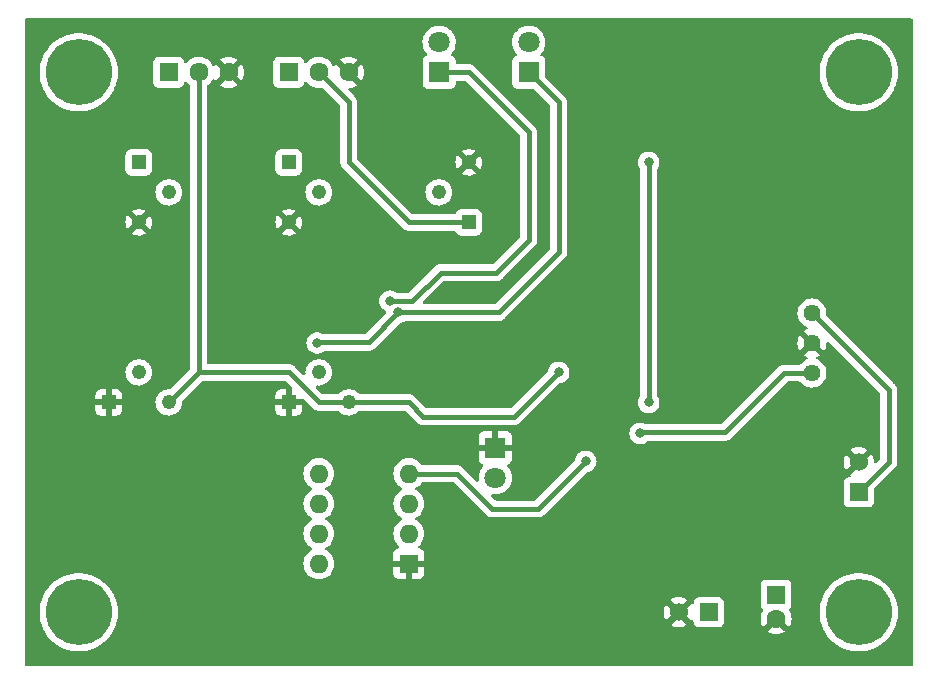
<source format=gbr>
%TF.GenerationSoftware,KiCad,Pcbnew,(6.0.8)*%
%TF.CreationDate,2023-01-11T15:29:56+01:00*%
%TF.ProjectId,BSPD,42535044-2e6b-4696-9361-645f70636258,rev?*%
%TF.SameCoordinates,Original*%
%TF.FileFunction,Copper,L2,Bot*%
%TF.FilePolarity,Positive*%
%FSLAX46Y46*%
G04 Gerber Fmt 4.6, Leading zero omitted, Abs format (unit mm)*
G04 Created by KiCad (PCBNEW (6.0.8)) date 2023-01-11 15:29:56*
%MOMM*%
%LPD*%
G01*
G04 APERTURE LIST*
%TA.AperFunction,ComponentPad*%
%ADD10C,5.600000*%
%TD*%
%TA.AperFunction,ComponentPad*%
%ADD11R,1.530000X1.530000*%
%TD*%
%TA.AperFunction,ComponentPad*%
%ADD12C,1.530000*%
%TD*%
%TA.AperFunction,ComponentPad*%
%ADD13C,1.440000*%
%TD*%
%TA.AperFunction,ComponentPad*%
%ADD14R,1.217000X1.217000*%
%TD*%
%TA.AperFunction,ComponentPad*%
%ADD15C,1.217000*%
%TD*%
%TA.AperFunction,ComponentPad*%
%ADD16R,1.600000X1.600000*%
%TD*%
%TA.AperFunction,ComponentPad*%
%ADD17O,1.600000X1.600000*%
%TD*%
%TA.AperFunction,ComponentPad*%
%ADD18R,1.800000X1.800000*%
%TD*%
%TA.AperFunction,ComponentPad*%
%ADD19C,1.800000*%
%TD*%
%TA.AperFunction,ComponentPad*%
%ADD20C,1.600000*%
%TD*%
%TA.AperFunction,ComponentPad*%
%ADD21R,1.610000X1.610000*%
%TD*%
%TA.AperFunction,ComponentPad*%
%ADD22C,1.610000*%
%TD*%
%TA.AperFunction,ViaPad*%
%ADD23C,0.800000*%
%TD*%
%TA.AperFunction,Conductor*%
%ADD24C,0.400000*%
%TD*%
G04 APERTURE END LIST*
D10*
%TO.P,REF\u002A\u002A,1*%
%TO.N,N/C*%
X165100000Y-116840000D03*
%TD*%
%TO.P,REF\u002A\u002A,1*%
%TO.N,N/C*%
X99060000Y-71120000D03*
%TD*%
D11*
%TO.P,J4,1,1*%
%TO.N,SC*%
X152400000Y-116840000D03*
D12*
%TO.P,J4,2,2*%
%TO.N,0*%
X149860000Y-116840000D03*
%TD*%
D13*
%TO.P,U1,1,+VIN*%
%TO.N,+12V*%
X161136000Y-91501500D03*
%TO.P,U1,2,GND*%
%TO.N,0*%
X161136000Y-94041500D03*
%TO.P,U1,3,+VOUT*%
%TO.N,+5V*%
X161136000Y-96581500D03*
%TD*%
D14*
%TO.P,RV5,1,CCW*%
%TO.N,0*%
X116840000Y-99060000D03*
D15*
%TO.P,RV5,2,WIPER*%
%TO.N,Net-(CP2-Pad3)*%
X119380000Y-96520000D03*
%TO.P,RV5,3,CW*%
%TO.N,+5V*%
X121920000Y-99060000D03*
%TD*%
D16*
%TO.P,TI1,1,GND*%
%TO.N,0*%
X127008945Y-112718181D03*
D17*
%TO.P,TI1,2,TRIGGER*%
%TO.N,Trigg Signal*%
X127008945Y-110178181D03*
%TO.P,TI1,3,OUTPUT*%
%TO.N,StayAlive*%
X127008945Y-107638181D03*
%TO.P,TI1,4,RESET*%
%TO.N,Net-(G2-Pad4)*%
X127008945Y-105098181D03*
%TO.P,TI1,5,CONTROL_VOLTAGE*%
%TO.N,Net-(C3-Pad2)*%
X119388945Y-105098181D03*
%TO.P,TI1,6,THRESHOLD*%
%TO.N,Net-(C4-Pad1)*%
X119388945Y-107638181D03*
%TO.P,TI1,7,DISCHARGE*%
X119388945Y-110178181D03*
%TO.P,TI1,8,+VCC*%
%TO.N,+5V*%
X119388945Y-112718181D03*
%TD*%
D18*
%TO.P,D1,1,K*%
%TO.N,0*%
X134330177Y-102896180D03*
D19*
%TO.P,D1,2,A*%
%TO.N,Net-(D1-Pad2)*%
X134330177Y-105436180D03*
%TD*%
D10*
%TO.P,REF\u002A\u002A,1*%
%TO.N,N/C*%
X165100000Y-71120000D03*
%TD*%
D14*
%TO.P,RV1,1,CCW*%
%TO.N,Current Sensor IN*%
X104140000Y-78740000D03*
D15*
%TO.P,RV1,2,WIPER*%
%TO.N,Net-(CP1-Pad4)*%
X106680000Y-81280000D03*
%TO.P,RV1,3,CW*%
%TO.N,0*%
X104140000Y-83820000D03*
%TD*%
D14*
%TO.P,RV4,1,CCW*%
%TO.N,0*%
X101600000Y-99060000D03*
D15*
%TO.P,RV4,2,WIPER*%
%TO.N,Net-(CP1-Pad3)*%
X104140000Y-96520000D03*
%TO.P,RV4,3,CW*%
%TO.N,+5V*%
X106680000Y-99060000D03*
%TD*%
D14*
%TO.P,RV2,1,CCW*%
%TO.N,BPS Signal*%
X116840000Y-78740000D03*
D15*
%TO.P,RV2,2,WIPER*%
%TO.N,Net-(CP2-Pad4)*%
X119380000Y-81280000D03*
%TO.P,RV2,3,CW*%
%TO.N,0*%
X116840000Y-83820000D03*
%TD*%
D10*
%TO.P,REF\u002A\u002A,1*%
%TO.N,N/C*%
X99060000Y-116840000D03*
%TD*%
D18*
%TO.P,D2,1,K*%
%TO.N,Net-(CP2-Pad1)*%
X137160000Y-71120000D03*
D19*
%TO.P,D2,2,A*%
%TO.N,Net-(D2-Pad2)*%
X137160000Y-68580000D03*
%TD*%
D11*
%TO.P,J3,1,1*%
%TO.N,+12V*%
X165100000Y-106680000D03*
D12*
%TO.P,J3,2,2*%
%TO.N,0*%
X165100000Y-104140000D03*
%TD*%
D18*
%TO.P,D3,1,K*%
%TO.N,Net-(CP1-Pad1)*%
X129579341Y-71120000D03*
D19*
%TO.P,D3,2,A*%
%TO.N,Net-(D3-Pad2)*%
X129579341Y-68580000D03*
%TD*%
D16*
%TO.P,C5,1*%
%TO.N,+12V*%
X158103366Y-115370154D03*
D20*
%TO.P,C5,2*%
%TO.N,0*%
X158103366Y-117370154D03*
%TD*%
D21*
%TO.P,J2,1,1*%
%TO.N,BPS Signal*%
X116840000Y-71120000D03*
D22*
%TO.P,J2,2,2*%
%TO.N,+5V*%
X119380000Y-71120000D03*
%TO.P,J2,3,3*%
%TO.N,0*%
X121920000Y-71120000D03*
%TD*%
D15*
%TO.P,RV3,3,CW*%
%TO.N,0*%
X132080000Y-78740000D03*
%TO.P,RV3,2,WIPER*%
%TO.N,Net-(CP3-Pad3)*%
X129540000Y-81280000D03*
D14*
%TO.P,RV3,1,CCW*%
%TO.N,+5V*%
X132080000Y-83820000D03*
%TD*%
D21*
%TO.P,J1,1,1*%
%TO.N,Current Sensor IN*%
X106680000Y-71120000D03*
D22*
%TO.P,J1,2,2*%
%TO.N,+5V*%
X109220000Y-71120000D03*
%TO.P,J1,3,3*%
%TO.N,0*%
X111760000Y-71120000D03*
%TD*%
D23*
%TO.N,Net-(CP1-Pad1)*%
X125410000Y-90490000D03*
%TO.N,+5V*%
X146595500Y-101692134D03*
X139700000Y-96520000D03*
%TO.N,Net-(CP2-Pad1)*%
X119251221Y-94028303D03*
X126133745Y-91453326D03*
%TO.N,Trigg*%
X147320000Y-99060000D03*
X147320000Y-78740000D03*
%TO.N,Net-(G2-Pad4)*%
X141991185Y-104052914D03*
%TD*%
D24*
%TO.N,Net-(CP1-Pad1)*%
X137160000Y-85342508D02*
X137160000Y-76200000D01*
X132080000Y-71120000D02*
X129579341Y-71120000D01*
X137160000Y-76200000D02*
X132080000Y-71120000D01*
X127277000Y-90490000D02*
X129695239Y-88071761D01*
X125410000Y-90490000D02*
X127277000Y-90490000D01*
X129695239Y-88071761D02*
X134430747Y-88071761D01*
X134430747Y-88071761D02*
X137160000Y-85342508D01*
%TO.N,+5V*%
X127000000Y-99060000D02*
X121920000Y-99060000D01*
X146687634Y-101600000D02*
X153762500Y-101600000D01*
X121920000Y-73660000D02*
X119380000Y-71120000D01*
X116840000Y-96520000D02*
X109220000Y-96520000D01*
X109220000Y-96520000D02*
X109220000Y-71120000D01*
X153762500Y-101600000D02*
X158781000Y-96581500D01*
X146595500Y-101692134D02*
X146687634Y-101600000D01*
X139700000Y-96520000D02*
X135942314Y-100277686D01*
X128217686Y-100277686D02*
X127000000Y-99060000D01*
X132080000Y-83820000D02*
X127000000Y-83820000D01*
X128217686Y-100277686D02*
X135942314Y-100277686D01*
X106680000Y-99060000D02*
X109220000Y-96520000D01*
X121920000Y-78740000D02*
X121920000Y-73660000D01*
X119380000Y-99060000D02*
X116840000Y-96520000D01*
X121920000Y-99060000D02*
X119380000Y-99060000D01*
X158781000Y-96581500D02*
X161136000Y-96581500D01*
X127000000Y-83820000D02*
X121920000Y-78740000D01*
%TO.N,Net-(CP2-Pad1)*%
X139700000Y-86360000D02*
X139700000Y-73660000D01*
X126133745Y-91453326D02*
X134606674Y-91453326D01*
X139700000Y-73660000D02*
X137160000Y-71120000D01*
X134606674Y-91453326D02*
X139700000Y-86360000D01*
X123607071Y-93980000D02*
X126133745Y-91453326D01*
X119299524Y-93980000D02*
X123607071Y-93980000D01*
X119251221Y-94028303D02*
X119299524Y-93980000D01*
%TO.N,Trigg*%
X147320000Y-78740000D02*
X147320000Y-99060000D01*
%TO.N,Net-(G2-Pad4)*%
X134074646Y-108096152D02*
X137947947Y-108096152D01*
X137947947Y-108096152D02*
X141991185Y-104052914D01*
X127008945Y-105098181D02*
X131076675Y-105098181D01*
X131076675Y-105098181D02*
X134074646Y-108096152D01*
%TO.N,+12V*%
X161136000Y-91501500D02*
X167640000Y-98005500D01*
X167640000Y-104140000D02*
X165100000Y-106680000D01*
X167640000Y-98005500D02*
X167640000Y-104140000D01*
%TD*%
%TA.AperFunction,Conductor*%
%TO.N,0*%
G36*
X169613621Y-66568502D02*
G01*
X169660114Y-66622158D01*
X169671500Y-66674500D01*
X169671500Y-121285500D01*
X169651498Y-121353621D01*
X169597842Y-121400114D01*
X169545500Y-121411500D01*
X94614500Y-121411500D01*
X94546379Y-121391498D01*
X94499886Y-121337842D01*
X94488500Y-121285500D01*
X94488500Y-116828434D01*
X95746661Y-116828434D01*
X95746833Y-116831829D01*
X95746833Y-116831830D01*
X95762831Y-117147635D01*
X95764792Y-117186340D01*
X95765329Y-117189695D01*
X95765330Y-117189701D01*
X95780120Y-117282037D01*
X95821470Y-117540195D01*
X95916033Y-117885859D01*
X96047374Y-118219288D01*
X96078151Y-118277909D01*
X96196896Y-118504085D01*
X96213957Y-118536582D01*
X96215858Y-118539411D01*
X96215864Y-118539421D01*
X96260194Y-118605390D01*
X96413834Y-118834029D01*
X96644665Y-119108150D01*
X96903751Y-119355738D01*
X97188061Y-119573897D01*
X97220056Y-119593350D01*
X97491355Y-119758303D01*
X97491360Y-119758306D01*
X97494270Y-119760075D01*
X97497358Y-119761521D01*
X97497357Y-119761521D01*
X97815710Y-119910649D01*
X97815720Y-119910653D01*
X97818794Y-119912093D01*
X97822012Y-119913195D01*
X97822015Y-119913196D01*
X98154615Y-120027071D01*
X98154623Y-120027073D01*
X98157838Y-120028174D01*
X98507435Y-120106959D01*
X98559728Y-120112917D01*
X98860114Y-120147142D01*
X98860122Y-120147142D01*
X98863497Y-120147527D01*
X98866901Y-120147545D01*
X98866904Y-120147545D01*
X99061227Y-120148562D01*
X99221857Y-120149403D01*
X99225243Y-120149053D01*
X99225245Y-120149053D01*
X99574932Y-120112917D01*
X99574941Y-120112916D01*
X99578324Y-120112566D01*
X99581657Y-120111852D01*
X99581660Y-120111851D01*
X99754186Y-120074864D01*
X99928727Y-120037446D01*
X100268968Y-119924922D01*
X100595066Y-119776311D01*
X100689052Y-119720506D01*
X100900262Y-119595099D01*
X100900267Y-119595096D01*
X100903207Y-119593350D01*
X101189786Y-119378180D01*
X101451451Y-119133319D01*
X101685140Y-118861630D01*
X101861249Y-118605390D01*
X101886190Y-118569101D01*
X101886195Y-118569094D01*
X101888120Y-118566292D01*
X101889732Y-118563298D01*
X101889737Y-118563290D01*
X101947390Y-118456216D01*
X157381859Y-118456216D01*
X157391155Y-118468231D01*
X157442360Y-118504085D01*
X157451855Y-118509568D01*
X157649313Y-118601644D01*
X157659605Y-118605390D01*
X157870054Y-118661779D01*
X157880847Y-118663682D01*
X158097891Y-118682671D01*
X158108841Y-118682671D01*
X158325885Y-118663682D01*
X158336678Y-118661779D01*
X158547127Y-118605390D01*
X158557419Y-118601644D01*
X158754877Y-118509568D01*
X158764372Y-118504085D01*
X158816414Y-118467645D01*
X158824790Y-118457166D01*
X158817722Y-118443720D01*
X158116178Y-117742176D01*
X158102234Y-117734562D01*
X158100401Y-117734693D01*
X158093786Y-117738944D01*
X157388289Y-118444441D01*
X157381859Y-118456216D01*
X101947390Y-118456216D01*
X102056395Y-118253772D01*
X102058017Y-118250760D01*
X102192842Y-117918724D01*
X102197640Y-117901883D01*
X102197911Y-117900932D01*
X149163623Y-117900932D01*
X149172916Y-117912945D01*
X149216569Y-117943512D01*
X149226047Y-117948984D01*
X149417962Y-118038475D01*
X149428255Y-118042221D01*
X149632786Y-118097025D01*
X149643581Y-118098928D01*
X149854525Y-118117384D01*
X149865475Y-118117384D01*
X150076419Y-118098928D01*
X150087214Y-118097025D01*
X150291745Y-118042221D01*
X150302038Y-118038475D01*
X150493953Y-117948984D01*
X150503431Y-117943512D01*
X150547920Y-117912359D01*
X150556294Y-117901883D01*
X150549226Y-117888436D01*
X149872812Y-117212022D01*
X149858868Y-117204408D01*
X149857035Y-117204539D01*
X149850420Y-117208790D01*
X149170053Y-117889157D01*
X149163623Y-117900932D01*
X102197911Y-117900932D01*
X102250785Y-117715316D01*
X102291020Y-117574070D01*
X102297477Y-117536294D01*
X102350829Y-117224175D01*
X102350829Y-117224173D01*
X102351401Y-117220828D01*
X102352138Y-117208790D01*
X102373168Y-116864928D01*
X102373278Y-116863131D01*
X102373316Y-116852265D01*
X102373340Y-116845475D01*
X148582616Y-116845475D01*
X148601072Y-117056419D01*
X148602975Y-117067214D01*
X148657779Y-117271745D01*
X148661525Y-117282037D01*
X148751012Y-117473944D01*
X148756495Y-117483439D01*
X148787640Y-117527919D01*
X148798117Y-117536294D01*
X148811564Y-117529226D01*
X149487978Y-116852812D01*
X149494356Y-116841132D01*
X150224408Y-116841132D01*
X150224539Y-116842965D01*
X150228790Y-116849580D01*
X150909157Y-117529947D01*
X150920932Y-117536377D01*
X150923400Y-117534467D01*
X150989519Y-117508604D01*
X151059123Y-117522593D01*
X151110116Y-117571993D01*
X151126500Y-117634125D01*
X151126500Y-117653134D01*
X151133255Y-117715316D01*
X151184385Y-117851705D01*
X151271739Y-117968261D01*
X151388295Y-118055615D01*
X151524684Y-118106745D01*
X151586866Y-118113500D01*
X153213134Y-118113500D01*
X153275316Y-118106745D01*
X153411705Y-118055615D01*
X153528261Y-117968261D01*
X153615615Y-117851705D01*
X153666745Y-117715316D01*
X153673500Y-117653134D01*
X153673500Y-117375629D01*
X156790849Y-117375629D01*
X156809838Y-117592673D01*
X156811741Y-117603466D01*
X156868130Y-117813915D01*
X156871876Y-117824207D01*
X156963952Y-118021665D01*
X156969435Y-118031160D01*
X157005875Y-118083202D01*
X157016354Y-118091578D01*
X157029800Y-118084510D01*
X158014271Y-117100039D01*
X158076583Y-117066013D01*
X158147398Y-117071078D01*
X158192461Y-117100039D01*
X159177653Y-118085231D01*
X159189428Y-118091661D01*
X159201443Y-118082365D01*
X159237297Y-118031160D01*
X159242780Y-118021665D01*
X159334856Y-117824207D01*
X159338602Y-117813915D01*
X159394991Y-117603466D01*
X159396894Y-117592673D01*
X159415883Y-117375629D01*
X159415883Y-117364679D01*
X159396894Y-117147635D01*
X159394991Y-117136842D01*
X159338602Y-116926393D01*
X159334856Y-116916101D01*
X159293976Y-116828434D01*
X161786661Y-116828434D01*
X161786833Y-116831829D01*
X161786833Y-116831830D01*
X161802831Y-117147635D01*
X161804792Y-117186340D01*
X161805329Y-117189695D01*
X161805330Y-117189701D01*
X161820120Y-117282037D01*
X161861470Y-117540195D01*
X161956033Y-117885859D01*
X162087374Y-118219288D01*
X162118151Y-118277909D01*
X162236896Y-118504085D01*
X162253957Y-118536582D01*
X162255858Y-118539411D01*
X162255864Y-118539421D01*
X162300194Y-118605390D01*
X162453834Y-118834029D01*
X162684665Y-119108150D01*
X162943751Y-119355738D01*
X163228061Y-119573897D01*
X163260056Y-119593350D01*
X163531355Y-119758303D01*
X163531360Y-119758306D01*
X163534270Y-119760075D01*
X163537358Y-119761521D01*
X163537357Y-119761521D01*
X163855710Y-119910649D01*
X163855720Y-119910653D01*
X163858794Y-119912093D01*
X163862012Y-119913195D01*
X163862015Y-119913196D01*
X164194615Y-120027071D01*
X164194623Y-120027073D01*
X164197838Y-120028174D01*
X164547435Y-120106959D01*
X164599728Y-120112917D01*
X164900114Y-120147142D01*
X164900122Y-120147142D01*
X164903497Y-120147527D01*
X164906901Y-120147545D01*
X164906904Y-120147545D01*
X165101227Y-120148562D01*
X165261857Y-120149403D01*
X165265243Y-120149053D01*
X165265245Y-120149053D01*
X165614932Y-120112917D01*
X165614941Y-120112916D01*
X165618324Y-120112566D01*
X165621657Y-120111852D01*
X165621660Y-120111851D01*
X165794186Y-120074864D01*
X165968727Y-120037446D01*
X166308968Y-119924922D01*
X166635066Y-119776311D01*
X166729052Y-119720506D01*
X166940262Y-119595099D01*
X166940267Y-119595096D01*
X166943207Y-119593350D01*
X167229786Y-119378180D01*
X167491451Y-119133319D01*
X167725140Y-118861630D01*
X167901249Y-118605390D01*
X167926190Y-118569101D01*
X167926195Y-118569094D01*
X167928120Y-118566292D01*
X167929732Y-118563298D01*
X167929737Y-118563290D01*
X168096395Y-118253772D01*
X168098017Y-118250760D01*
X168232842Y-117918724D01*
X168237640Y-117901883D01*
X168290785Y-117715316D01*
X168331020Y-117574070D01*
X168337477Y-117536294D01*
X168390829Y-117224175D01*
X168390829Y-117224173D01*
X168391401Y-117220828D01*
X168392138Y-117208790D01*
X168413168Y-116864928D01*
X168413278Y-116863131D01*
X168413316Y-116852265D01*
X168413353Y-116841819D01*
X168413353Y-116841806D01*
X168413359Y-116840000D01*
X168393979Y-116482159D01*
X168336066Y-116128505D01*
X168240297Y-115783173D01*
X168238664Y-115779068D01*
X168109052Y-115453369D01*
X168107793Y-115450205D01*
X168077768Y-115393498D01*
X167941702Y-115136513D01*
X167941698Y-115136506D01*
X167940103Y-115133494D01*
X167739190Y-114836746D01*
X167507403Y-114563432D01*
X167275154Y-114343037D01*
X167249921Y-114319091D01*
X167249920Y-114319090D01*
X167247454Y-114316750D01*
X166995648Y-114124925D01*
X166965091Y-114101647D01*
X166965089Y-114101646D01*
X166962384Y-114099585D01*
X166959472Y-114097828D01*
X166959467Y-114097825D01*
X166658443Y-113916236D01*
X166658437Y-113916233D01*
X166655528Y-113914478D01*
X166330475Y-113763593D01*
X166160752Y-113706145D01*
X165994255Y-113649789D01*
X165994250Y-113649788D01*
X165991028Y-113648697D01*
X165792681Y-113604724D01*
X165644493Y-113571871D01*
X165644487Y-113571870D01*
X165641158Y-113571132D01*
X165637769Y-113570758D01*
X165637764Y-113570757D01*
X165288338Y-113532180D01*
X165288333Y-113532180D01*
X165284957Y-113531807D01*
X165281558Y-113531801D01*
X165281557Y-113531801D01*
X165112080Y-113531505D01*
X164926592Y-113531182D01*
X164813413Y-113543277D01*
X164573639Y-113568901D01*
X164573631Y-113568902D01*
X164570256Y-113569263D01*
X164220117Y-113645606D01*
X163880271Y-113759317D01*
X163877178Y-113760739D01*
X163877177Y-113760740D01*
X163870974Y-113763593D01*
X163554694Y-113909066D01*
X163551760Y-113910822D01*
X163551758Y-113910823D01*
X163289876Y-114067556D01*
X163247193Y-114093101D01*
X163244467Y-114095163D01*
X163244465Y-114095164D01*
X163087240Y-114214073D01*
X162961367Y-114309270D01*
X162958882Y-114311612D01*
X162958877Y-114311616D01*
X162937398Y-114331857D01*
X162700559Y-114555043D01*
X162467819Y-114827546D01*
X162465900Y-114830358D01*
X162465897Y-114830363D01*
X162372624Y-114967097D01*
X162265871Y-115123591D01*
X162097077Y-115439714D01*
X161963411Y-115772218D01*
X161962491Y-115775492D01*
X161962489Y-115775497D01*
X161907103Y-115972540D01*
X161866437Y-116117213D01*
X161865875Y-116120570D01*
X161865875Y-116120571D01*
X161862018Y-116143623D01*
X161807290Y-116470663D01*
X161786661Y-116828434D01*
X159293976Y-116828434D01*
X159242780Y-116718643D01*
X159237295Y-116709143D01*
X159236665Y-116708244D01*
X159236510Y-116707784D01*
X159234548Y-116704386D01*
X159235231Y-116703992D01*
X159213978Y-116640970D01*
X159231264Y-116572110D01*
X159254300Y-116546351D01*
X159253096Y-116545147D01*
X159259447Y-116538796D01*
X159266627Y-116533415D01*
X159272008Y-116526235D01*
X159272011Y-116526232D01*
X159348595Y-116424045D01*
X159353981Y-116416859D01*
X159405111Y-116280470D01*
X159411866Y-116218288D01*
X159411866Y-114522020D01*
X159405111Y-114459838D01*
X159353981Y-114323449D01*
X159266627Y-114206893D01*
X159150071Y-114119539D01*
X159013682Y-114068409D01*
X158951500Y-114061654D01*
X157255232Y-114061654D01*
X157193050Y-114068409D01*
X157056661Y-114119539D01*
X156940105Y-114206893D01*
X156852751Y-114323449D01*
X156801621Y-114459838D01*
X156794866Y-114522020D01*
X156794866Y-116218288D01*
X156801621Y-116280470D01*
X156852751Y-116416859D01*
X156858137Y-116424045D01*
X156934721Y-116526232D01*
X156934724Y-116526235D01*
X156940105Y-116533415D01*
X156947285Y-116538796D01*
X156953636Y-116545147D01*
X156951494Y-116547289D01*
X156984930Y-116592000D01*
X156989960Y-116662818D01*
X156971843Y-116704189D01*
X156972184Y-116704386D01*
X156970414Y-116707452D01*
X156970067Y-116708244D01*
X156969437Y-116709143D01*
X156963952Y-116718643D01*
X156871876Y-116916101D01*
X156868130Y-116926393D01*
X156811741Y-117136842D01*
X156809838Y-117147635D01*
X156790849Y-117364679D01*
X156790849Y-117375629D01*
X153673500Y-117375629D01*
X153673500Y-116026866D01*
X153666745Y-115964684D01*
X153615615Y-115828295D01*
X153528261Y-115711739D01*
X153411705Y-115624385D01*
X153275316Y-115573255D01*
X153213134Y-115566500D01*
X151586866Y-115566500D01*
X151524684Y-115573255D01*
X151388295Y-115624385D01*
X151271739Y-115711739D01*
X151184385Y-115828295D01*
X151133255Y-115964684D01*
X151126500Y-116026866D01*
X151126500Y-116045241D01*
X151106498Y-116113362D01*
X151052842Y-116159855D01*
X150982568Y-116169959D01*
X150921903Y-116143695D01*
X150908436Y-116150774D01*
X150232022Y-116827188D01*
X150224408Y-116841132D01*
X149494356Y-116841132D01*
X149495592Y-116838868D01*
X149495461Y-116837035D01*
X149491210Y-116830420D01*
X148810843Y-116150053D01*
X148799068Y-116143623D01*
X148787053Y-116152919D01*
X148756495Y-116196561D01*
X148751012Y-116206056D01*
X148661525Y-116397963D01*
X148657779Y-116408255D01*
X148602975Y-116612786D01*
X148601072Y-116623581D01*
X148582616Y-116834525D01*
X148582616Y-116845475D01*
X102373340Y-116845475D01*
X102373353Y-116841819D01*
X102373353Y-116841806D01*
X102373359Y-116840000D01*
X102353979Y-116482159D01*
X102296066Y-116128505D01*
X102200297Y-115783173D01*
X102198664Y-115779068D01*
X102198286Y-115778117D01*
X149163706Y-115778117D01*
X149170774Y-115791564D01*
X149847188Y-116467978D01*
X149861132Y-116475592D01*
X149862965Y-116475461D01*
X149869580Y-116471210D01*
X150549947Y-115790843D01*
X150556377Y-115779068D01*
X150547084Y-115767055D01*
X150503431Y-115736488D01*
X150493953Y-115731016D01*
X150302038Y-115641525D01*
X150291745Y-115637779D01*
X150087214Y-115582975D01*
X150076419Y-115581072D01*
X149865475Y-115562616D01*
X149854525Y-115562616D01*
X149643581Y-115581072D01*
X149632786Y-115582975D01*
X149428255Y-115637779D01*
X149417963Y-115641525D01*
X149226056Y-115731012D01*
X149216561Y-115736495D01*
X149172081Y-115767640D01*
X149163706Y-115778117D01*
X102198286Y-115778117D01*
X102069052Y-115453369D01*
X102067793Y-115450205D01*
X102037768Y-115393498D01*
X101901702Y-115136513D01*
X101901698Y-115136506D01*
X101900103Y-115133494D01*
X101699190Y-114836746D01*
X101467403Y-114563432D01*
X101235154Y-114343037D01*
X101209921Y-114319091D01*
X101209920Y-114319090D01*
X101207454Y-114316750D01*
X100955648Y-114124925D01*
X100925091Y-114101647D01*
X100925089Y-114101646D01*
X100922384Y-114099585D01*
X100919472Y-114097828D01*
X100919467Y-114097825D01*
X100618443Y-113916236D01*
X100618437Y-113916233D01*
X100615528Y-113914478D01*
X100290475Y-113763593D01*
X100120752Y-113706145D01*
X99954255Y-113649789D01*
X99954250Y-113649788D01*
X99951028Y-113648697D01*
X99752681Y-113604724D01*
X99604493Y-113571871D01*
X99604487Y-113571870D01*
X99601158Y-113571132D01*
X99597769Y-113570758D01*
X99597764Y-113570757D01*
X99248338Y-113532180D01*
X99248333Y-113532180D01*
X99244957Y-113531807D01*
X99241558Y-113531801D01*
X99241557Y-113531801D01*
X99072080Y-113531505D01*
X98886592Y-113531182D01*
X98773413Y-113543277D01*
X98533639Y-113568901D01*
X98533631Y-113568902D01*
X98530256Y-113569263D01*
X98180117Y-113645606D01*
X97840271Y-113759317D01*
X97837178Y-113760739D01*
X97837177Y-113760740D01*
X97830974Y-113763593D01*
X97514694Y-113909066D01*
X97511760Y-113910822D01*
X97511758Y-113910823D01*
X97249876Y-114067556D01*
X97207193Y-114093101D01*
X97204467Y-114095163D01*
X97204465Y-114095164D01*
X97047240Y-114214073D01*
X96921367Y-114309270D01*
X96918882Y-114311612D01*
X96918877Y-114311616D01*
X96897398Y-114331857D01*
X96660559Y-114555043D01*
X96427819Y-114827546D01*
X96425900Y-114830358D01*
X96425897Y-114830363D01*
X96332624Y-114967097D01*
X96225871Y-115123591D01*
X96057077Y-115439714D01*
X95923411Y-115772218D01*
X95922491Y-115775492D01*
X95922489Y-115775497D01*
X95867103Y-115972540D01*
X95826437Y-116117213D01*
X95825875Y-116120570D01*
X95825875Y-116120571D01*
X95822018Y-116143623D01*
X95767290Y-116470663D01*
X95746661Y-116828434D01*
X94488500Y-116828434D01*
X94488500Y-112718181D01*
X118075447Y-112718181D01*
X118095402Y-112946268D01*
X118096826Y-112951581D01*
X118096826Y-112951583D01*
X118105976Y-112985729D01*
X118154661Y-113167424D01*
X118156984Y-113172405D01*
X118156984Y-113172406D01*
X118249096Y-113369943D01*
X118249099Y-113369948D01*
X118251422Y-113374930D01*
X118254579Y-113379438D01*
X118361265Y-113531801D01*
X118382747Y-113562481D01*
X118544645Y-113724379D01*
X118549153Y-113727536D01*
X118549156Y-113727538D01*
X118590140Y-113756235D01*
X118732196Y-113855704D01*
X118737178Y-113858027D01*
X118737183Y-113858030D01*
X118862008Y-113916236D01*
X118939702Y-113952465D01*
X118945010Y-113953887D01*
X118945012Y-113953888D01*
X119155543Y-114010300D01*
X119155545Y-114010300D01*
X119160858Y-114011724D01*
X119388945Y-114031679D01*
X119617032Y-114011724D01*
X119622345Y-114010300D01*
X119622347Y-114010300D01*
X119832878Y-113953888D01*
X119832880Y-113953887D01*
X119838188Y-113952465D01*
X119915882Y-113916236D01*
X120040707Y-113858030D01*
X120040712Y-113858027D01*
X120045694Y-113855704D01*
X120187750Y-113756235D01*
X120228734Y-113727538D01*
X120228737Y-113727536D01*
X120233245Y-113724379D01*
X120394774Y-113562850D01*
X125700946Y-113562850D01*
X125701316Y-113569671D01*
X125706840Y-113620533D01*
X125710466Y-113635785D01*
X125755621Y-113756235D01*
X125764159Y-113771830D01*
X125840660Y-113873905D01*
X125853221Y-113886466D01*
X125955296Y-113962967D01*
X125970891Y-113971505D01*
X126091339Y-114016659D01*
X126106594Y-114020286D01*
X126157459Y-114025812D01*
X126164273Y-114026181D01*
X126736830Y-114026181D01*
X126752069Y-114021706D01*
X126753274Y-114020316D01*
X126754945Y-114012633D01*
X126754945Y-114008065D01*
X127262945Y-114008065D01*
X127267420Y-114023304D01*
X127268810Y-114024509D01*
X127276493Y-114026180D01*
X127853614Y-114026180D01*
X127860435Y-114025810D01*
X127911297Y-114020286D01*
X127926549Y-114016660D01*
X128046999Y-113971505D01*
X128062594Y-113962967D01*
X128164669Y-113886466D01*
X128177230Y-113873905D01*
X128253731Y-113771830D01*
X128262269Y-113756235D01*
X128307423Y-113635787D01*
X128311050Y-113620532D01*
X128316576Y-113569667D01*
X128316945Y-113562853D01*
X128316945Y-112990296D01*
X128312470Y-112975057D01*
X128311080Y-112973852D01*
X128303397Y-112972181D01*
X127281060Y-112972181D01*
X127265821Y-112976656D01*
X127264616Y-112978046D01*
X127262945Y-112985729D01*
X127262945Y-114008065D01*
X126754945Y-114008065D01*
X126754945Y-112990296D01*
X126750470Y-112975057D01*
X126749080Y-112973852D01*
X126741397Y-112972181D01*
X125719061Y-112972181D01*
X125703822Y-112976656D01*
X125702617Y-112978046D01*
X125700946Y-112985729D01*
X125700946Y-113562850D01*
X120394774Y-113562850D01*
X120395143Y-113562481D01*
X120416626Y-113531801D01*
X120523311Y-113379438D01*
X120526468Y-113374930D01*
X120528791Y-113369948D01*
X120528794Y-113369943D01*
X120620906Y-113172406D01*
X120620906Y-113172405D01*
X120623229Y-113167424D01*
X120671915Y-112985729D01*
X120681064Y-112951583D01*
X120681064Y-112951581D01*
X120682488Y-112946268D01*
X120702443Y-112718181D01*
X120682488Y-112490094D01*
X120673973Y-112458316D01*
X120624652Y-112274248D01*
X120624651Y-112274246D01*
X120623229Y-112268938D01*
X120620906Y-112263956D01*
X120528794Y-112066419D01*
X120528791Y-112066414D01*
X120526468Y-112061432D01*
X120395143Y-111873881D01*
X120233245Y-111711983D01*
X120228737Y-111708826D01*
X120228734Y-111708824D01*
X120150556Y-111654083D01*
X120045694Y-111580658D01*
X120040712Y-111578335D01*
X120040707Y-111578332D01*
X120006488Y-111562376D01*
X119953203Y-111515459D01*
X119933742Y-111447182D01*
X119954284Y-111379222D01*
X120006488Y-111333986D01*
X120040707Y-111318030D01*
X120040712Y-111318027D01*
X120045694Y-111315704D01*
X120223685Y-111191073D01*
X120228734Y-111187538D01*
X120228737Y-111187536D01*
X120233245Y-111184379D01*
X120395143Y-111022481D01*
X120526468Y-110834930D01*
X120528791Y-110829948D01*
X120528794Y-110829943D01*
X120620906Y-110632406D01*
X120620906Y-110632405D01*
X120623229Y-110627424D01*
X120682488Y-110406268D01*
X120702443Y-110178181D01*
X125695447Y-110178181D01*
X125715402Y-110406268D01*
X125774661Y-110627424D01*
X125776984Y-110632405D01*
X125776984Y-110632406D01*
X125869096Y-110829943D01*
X125869099Y-110829948D01*
X125871422Y-110834930D01*
X126002747Y-111022481D01*
X126164645Y-111184379D01*
X126169156Y-111187538D01*
X126173369Y-111191073D01*
X126172557Y-111192041D01*
X126213035Y-111242675D01*
X126220349Y-111313294D01*
X126188321Y-111376657D01*
X126127122Y-111412645D01*
X126110044Y-111415701D01*
X126106593Y-111416076D01*
X126091341Y-111419702D01*
X125970891Y-111464857D01*
X125955296Y-111473395D01*
X125853221Y-111549896D01*
X125840660Y-111562457D01*
X125764159Y-111664532D01*
X125755621Y-111680127D01*
X125710467Y-111800575D01*
X125706840Y-111815830D01*
X125701314Y-111866695D01*
X125700945Y-111873509D01*
X125700945Y-112446066D01*
X125705420Y-112461305D01*
X125706810Y-112462510D01*
X125714493Y-112464181D01*
X128298829Y-112464181D01*
X128314068Y-112459706D01*
X128315273Y-112458316D01*
X128316944Y-112450633D01*
X128316944Y-111873512D01*
X128316574Y-111866691D01*
X128311050Y-111815829D01*
X128307424Y-111800577D01*
X128262269Y-111680127D01*
X128253731Y-111664532D01*
X128177230Y-111562457D01*
X128164669Y-111549896D01*
X128062594Y-111473395D01*
X128046999Y-111464857D01*
X127926551Y-111419703D01*
X127911302Y-111416077D01*
X127907849Y-111415702D01*
X127905339Y-111414659D01*
X127903614Y-111414249D01*
X127903680Y-111413970D01*
X127842286Y-111388462D01*
X127801857Y-111330101D01*
X127799399Y-111259147D01*
X127835692Y-111198127D01*
X127847185Y-111188837D01*
X127848733Y-111187538D01*
X127853245Y-111184379D01*
X128015143Y-111022481D01*
X128146468Y-110834930D01*
X128148791Y-110829948D01*
X128148794Y-110829943D01*
X128240906Y-110632406D01*
X128240906Y-110632405D01*
X128243229Y-110627424D01*
X128302488Y-110406268D01*
X128322443Y-110178181D01*
X128302488Y-109950094D01*
X128243229Y-109728938D01*
X128240906Y-109723956D01*
X128148794Y-109526419D01*
X128148791Y-109526414D01*
X128146468Y-109521432D01*
X128015143Y-109333881D01*
X127853245Y-109171983D01*
X127848737Y-109168826D01*
X127848734Y-109168824D01*
X127770556Y-109114083D01*
X127665694Y-109040658D01*
X127660712Y-109038335D01*
X127660707Y-109038332D01*
X127626488Y-109022376D01*
X127573203Y-108975459D01*
X127553742Y-108907182D01*
X127574284Y-108839222D01*
X127626488Y-108793986D01*
X127660707Y-108778030D01*
X127660712Y-108778027D01*
X127665694Y-108775704D01*
X127817279Y-108669563D01*
X127848734Y-108647538D01*
X127848737Y-108647536D01*
X127853245Y-108644379D01*
X128015143Y-108482481D01*
X128146468Y-108294930D01*
X128148791Y-108289948D01*
X128148794Y-108289943D01*
X128240906Y-108092406D01*
X128240906Y-108092405D01*
X128243229Y-108087424D01*
X128281668Y-107943971D01*
X128301064Y-107871583D01*
X128301064Y-107871581D01*
X128302488Y-107866268D01*
X128322443Y-107638181D01*
X128302488Y-107410094D01*
X128243229Y-107188938D01*
X128177527Y-107048038D01*
X128148794Y-106986419D01*
X128148791Y-106986414D01*
X128146468Y-106981432D01*
X128047264Y-106839754D01*
X128018302Y-106798392D01*
X128018300Y-106798389D01*
X128015143Y-106793881D01*
X127853245Y-106631983D01*
X127848737Y-106628826D01*
X127848734Y-106628824D01*
X127770556Y-106574083D01*
X127665694Y-106500658D01*
X127660712Y-106498335D01*
X127660707Y-106498332D01*
X127626488Y-106482376D01*
X127573203Y-106435459D01*
X127553742Y-106367182D01*
X127574284Y-106299222D01*
X127626488Y-106253986D01*
X127660707Y-106238030D01*
X127660712Y-106238027D01*
X127665694Y-106235704D01*
X127774584Y-106159458D01*
X127848734Y-106107538D01*
X127848737Y-106107536D01*
X127853245Y-106104379D01*
X128015143Y-105942481D01*
X128018302Y-105937970D01*
X128072610Y-105860410D01*
X128128067Y-105816082D01*
X128175823Y-105806681D01*
X130731015Y-105806681D01*
X130799136Y-105826683D01*
X130820110Y-105843586D01*
X132327270Y-107350747D01*
X133553203Y-108576680D01*
X133559057Y-108582945D01*
X133597085Y-108626537D01*
X133649375Y-108663288D01*
X133654617Y-108667180D01*
X133704928Y-108706628D01*
X133711847Y-108709752D01*
X133714139Y-108711140D01*
X133728811Y-108719509D01*
X133731171Y-108720774D01*
X133737385Y-108725142D01*
X133744464Y-108727902D01*
X133744466Y-108727903D01*
X133796921Y-108748354D01*
X133802990Y-108750905D01*
X133861219Y-108777197D01*
X133868692Y-108778582D01*
X133871258Y-108779386D01*
X133887481Y-108784007D01*
X133890073Y-108784672D01*
X133897155Y-108787434D01*
X133904690Y-108788426D01*
X133960507Y-108795774D01*
X133967023Y-108796806D01*
X134005416Y-108803922D01*
X134029832Y-108808447D01*
X134037412Y-108808010D01*
X134037413Y-108808010D01*
X134092026Y-108804861D01*
X134099279Y-108804652D01*
X137919035Y-108804652D01*
X137927605Y-108804944D01*
X137977723Y-108808361D01*
X137977727Y-108808361D01*
X137985299Y-108808877D01*
X137992776Y-108807572D01*
X137992777Y-108807572D01*
X138019255Y-108802951D01*
X138048250Y-108797890D01*
X138054768Y-108796929D01*
X138118189Y-108789254D01*
X138125290Y-108786571D01*
X138127899Y-108785930D01*
X138144209Y-108781467D01*
X138146745Y-108780702D01*
X138154231Y-108779395D01*
X138212747Y-108753708D01*
X138218851Y-108751217D01*
X138271495Y-108731325D01*
X138271496Y-108731324D01*
X138278603Y-108728639D01*
X138284866Y-108724335D01*
X138287232Y-108723098D01*
X138302044Y-108714853D01*
X138304298Y-108713520D01*
X138311252Y-108710467D01*
X138361949Y-108671565D01*
X138367279Y-108667693D01*
X138413667Y-108635813D01*
X138413672Y-108635808D01*
X138419928Y-108631509D01*
X138461383Y-108584981D01*
X138466363Y-108579706D01*
X142057718Y-104988351D01*
X142120616Y-104954199D01*
X142149022Y-104948161D01*
X142273473Y-104921708D01*
X142279504Y-104919023D01*
X142441907Y-104846717D01*
X142441909Y-104846716D01*
X142447937Y-104844032D01*
X142458588Y-104836294D01*
X142544404Y-104773944D01*
X142602438Y-104731780D01*
X142665770Y-104661443D01*
X142725806Y-104594766D01*
X142725807Y-104594765D01*
X142730225Y-104589858D01*
X142796640Y-104474824D01*
X142822408Y-104430193D01*
X142822409Y-104430192D01*
X142825712Y-104424470D01*
X142884727Y-104242842D01*
X142894190Y-104152812D01*
X142894961Y-104145475D01*
X163822616Y-104145475D01*
X163841072Y-104356419D01*
X163842975Y-104367214D01*
X163897779Y-104571745D01*
X163901525Y-104582037D01*
X163991012Y-104773944D01*
X163996495Y-104783439D01*
X164027640Y-104827919D01*
X164038117Y-104836294D01*
X164051564Y-104829226D01*
X164727978Y-104152812D01*
X164735592Y-104138868D01*
X164735461Y-104137035D01*
X164731210Y-104130420D01*
X164050843Y-103450053D01*
X164039068Y-103443623D01*
X164027053Y-103452919D01*
X163996495Y-103496561D01*
X163991012Y-103506056D01*
X163901525Y-103697963D01*
X163897779Y-103708255D01*
X163842975Y-103912786D01*
X163841072Y-103923581D01*
X163822616Y-104134525D01*
X163822616Y-104145475D01*
X142894961Y-104145475D01*
X142903999Y-104059479D01*
X142904689Y-104052914D01*
X142896536Y-103975341D01*
X142885417Y-103869549D01*
X142885417Y-103869547D01*
X142884727Y-103862986D01*
X142825712Y-103681358D01*
X142730225Y-103515970D01*
X142721299Y-103506056D01*
X142606860Y-103378959D01*
X142606859Y-103378958D01*
X142602438Y-103374048D01*
X142447937Y-103261796D01*
X142441909Y-103259112D01*
X142441907Y-103259111D01*
X142279504Y-103186805D01*
X142279503Y-103186805D01*
X142273473Y-103184120D01*
X142177537Y-103163728D01*
X142093129Y-103145786D01*
X142093124Y-103145786D01*
X142086672Y-103144414D01*
X141895698Y-103144414D01*
X141889246Y-103145786D01*
X141889241Y-103145786D01*
X141804833Y-103163728D01*
X141708897Y-103184120D01*
X141702867Y-103186805D01*
X141702866Y-103186805D01*
X141540463Y-103259111D01*
X141540461Y-103259112D01*
X141534433Y-103261796D01*
X141379932Y-103374048D01*
X141375511Y-103378958D01*
X141375510Y-103378959D01*
X141261072Y-103506056D01*
X141252145Y-103515970D01*
X141156658Y-103681358D01*
X141154616Y-103687643D01*
X141102620Y-103847670D01*
X141097643Y-103862986D01*
X141096953Y-103869549D01*
X141096953Y-103869551D01*
X141092735Y-103909684D01*
X141065722Y-103975341D01*
X141056520Y-103985609D01*
X137691382Y-107350747D01*
X137629070Y-107384773D01*
X137602287Y-107387652D01*
X134420306Y-107387652D01*
X134352185Y-107367650D01*
X134331211Y-107350747D01*
X134028502Y-107048038D01*
X133994476Y-106985726D01*
X133999541Y-106914911D01*
X134042088Y-106858075D01*
X134108608Y-106833264D01*
X134142719Y-106835473D01*
X134157766Y-106838535D01*
X134157777Y-106838536D01*
X134162833Y-106839565D01*
X134293501Y-106844356D01*
X134389126Y-106847863D01*
X134389130Y-106847863D01*
X134394290Y-106848052D01*
X134399410Y-106847396D01*
X134399412Y-106847396D01*
X134492483Y-106835473D01*
X134624024Y-106818622D01*
X134628972Y-106817137D01*
X134628979Y-106817136D01*
X134840924Y-106753549D01*
X134845867Y-106752066D01*
X134850501Y-106749796D01*
X135049226Y-106652442D01*
X135049229Y-106652440D01*
X135053861Y-106650171D01*
X135242420Y-106515674D01*
X135406480Y-106352185D01*
X135541635Y-106164097D01*
X135571150Y-106104379D01*
X135641961Y-105961102D01*
X135641962Y-105961100D01*
X135644255Y-105956460D01*
X135711585Y-105734851D01*
X135741817Y-105505221D01*
X135743504Y-105436180D01*
X135729802Y-105269521D01*
X135724950Y-105210498D01*
X135724949Y-105210492D01*
X135724526Y-105205347D01*
X135668102Y-104980713D01*
X135659711Y-104961414D01*
X135577807Y-104773048D01*
X135577805Y-104773045D01*
X135575747Y-104768311D01*
X135449941Y-104573845D01*
X135439704Y-104562594D01*
X135391590Y-104509718D01*
X135359663Y-104474630D01*
X135328611Y-104410785D01*
X135337006Y-104340286D01*
X135382182Y-104285518D01*
X135408626Y-104271849D01*
X135468231Y-104249504D01*
X135483826Y-104240966D01*
X135585901Y-104164465D01*
X135598462Y-104151904D01*
X135674963Y-104049829D01*
X135683501Y-104034234D01*
X135728655Y-103913786D01*
X135732282Y-103898531D01*
X135737808Y-103847666D01*
X135738177Y-103840852D01*
X135738177Y-103168295D01*
X135733702Y-103153056D01*
X135732312Y-103151851D01*
X135724629Y-103150180D01*
X132940293Y-103150180D01*
X132925054Y-103154655D01*
X132923849Y-103156045D01*
X132922178Y-103163728D01*
X132922178Y-103840849D01*
X132922548Y-103847670D01*
X132928072Y-103898532D01*
X132931698Y-103913784D01*
X132976853Y-104034234D01*
X132985391Y-104049829D01*
X133061892Y-104151904D01*
X133074453Y-104164465D01*
X133176528Y-104240966D01*
X133192123Y-104249504D01*
X133251717Y-104271845D01*
X133308481Y-104314487D01*
X133333181Y-104381048D01*
X133317973Y-104450397D01*
X133298581Y-104476878D01*
X133231816Y-104546744D01*
X133228902Y-104551016D01*
X133228901Y-104551017D01*
X133187743Y-104611352D01*
X133101296Y-104738079D01*
X133003779Y-104948161D01*
X132941884Y-105171349D01*
X132917272Y-105401649D01*
X132917569Y-105406802D01*
X132917569Y-105406805D01*
X132925677Y-105547424D01*
X132930460Y-105630377D01*
X132930604Y-105632877D01*
X132930088Y-105632907D01*
X132920247Y-105699849D01*
X132873585Y-105753358D01*
X132805401Y-105773144D01*
X132737344Y-105752927D01*
X132716704Y-105736240D01*
X131598125Y-104617661D01*
X131592271Y-104611396D01*
X131591876Y-104610943D01*
X131554236Y-104567796D01*
X131501955Y-104531052D01*
X131496661Y-104527120D01*
X131452368Y-104492390D01*
X131446393Y-104487705D01*
X131439477Y-104484582D01*
X131437191Y-104483198D01*
X131422510Y-104474824D01*
X131420150Y-104473559D01*
X131413936Y-104469191D01*
X131406857Y-104466431D01*
X131406855Y-104466430D01*
X131354400Y-104445979D01*
X131348331Y-104443428D01*
X131290102Y-104417136D01*
X131282635Y-104415752D01*
X131280080Y-104414951D01*
X131263827Y-104410322D01*
X131261247Y-104409659D01*
X131254166Y-104406899D01*
X131246635Y-104405908D01*
X131246633Y-104405907D01*
X131217014Y-104402008D01*
X131190814Y-104398559D01*
X131184316Y-104397529D01*
X131121489Y-104385885D01*
X131113909Y-104386322D01*
X131113908Y-104386322D01*
X131059283Y-104389472D01*
X131052029Y-104389681D01*
X128175823Y-104389681D01*
X128107702Y-104369679D01*
X128072610Y-104335952D01*
X128018302Y-104258392D01*
X128018300Y-104258389D01*
X128015143Y-104253881D01*
X127853245Y-104091983D01*
X127848737Y-104088826D01*
X127848734Y-104088824D01*
X127763475Y-104029125D01*
X127665694Y-103960658D01*
X127660712Y-103958335D01*
X127660707Y-103958332D01*
X127463170Y-103866220D01*
X127463169Y-103866220D01*
X127458188Y-103863897D01*
X127452880Y-103862475D01*
X127452878Y-103862474D01*
X127242347Y-103806062D01*
X127242345Y-103806062D01*
X127237032Y-103804638D01*
X127008945Y-103784683D01*
X126780858Y-103804638D01*
X126775545Y-103806062D01*
X126775543Y-103806062D01*
X126565012Y-103862474D01*
X126565010Y-103862475D01*
X126559702Y-103863897D01*
X126554721Y-103866220D01*
X126554720Y-103866220D01*
X126357183Y-103958332D01*
X126357178Y-103958335D01*
X126352196Y-103960658D01*
X126254415Y-104029125D01*
X126169156Y-104088824D01*
X126169153Y-104088826D01*
X126164645Y-104091983D01*
X126002747Y-104253881D01*
X125999590Y-104258389D01*
X125999588Y-104258392D01*
X125980594Y-104285518D01*
X125871422Y-104441432D01*
X125869099Y-104446414D01*
X125869096Y-104446419D01*
X125786965Y-104622552D01*
X125774661Y-104648938D01*
X125773239Y-104654246D01*
X125773238Y-104654248D01*
X125724459Y-104836294D01*
X125715402Y-104870094D01*
X125695447Y-105098181D01*
X125715402Y-105326268D01*
X125716826Y-105331581D01*
X125716826Y-105331583D01*
X125763353Y-105505221D01*
X125774661Y-105547424D01*
X125776984Y-105552405D01*
X125776984Y-105552406D01*
X125869096Y-105749943D01*
X125869099Y-105749948D01*
X125871422Y-105754930D01*
X126002747Y-105942481D01*
X126164645Y-106104379D01*
X126169153Y-106107536D01*
X126169156Y-106107538D01*
X126243306Y-106159458D01*
X126352196Y-106235704D01*
X126357178Y-106238027D01*
X126357183Y-106238030D01*
X126391402Y-106253986D01*
X126444687Y-106300903D01*
X126464148Y-106369180D01*
X126443606Y-106437140D01*
X126391402Y-106482376D01*
X126357183Y-106498332D01*
X126357178Y-106498335D01*
X126352196Y-106500658D01*
X126247334Y-106574083D01*
X126169156Y-106628824D01*
X126169153Y-106628826D01*
X126164645Y-106631983D01*
X126002747Y-106793881D01*
X125999590Y-106798389D01*
X125999588Y-106798392D01*
X125970626Y-106839754D01*
X125871422Y-106981432D01*
X125869099Y-106986414D01*
X125869096Y-106986419D01*
X125840363Y-107048038D01*
X125774661Y-107188938D01*
X125715402Y-107410094D01*
X125695447Y-107638181D01*
X125715402Y-107866268D01*
X125716826Y-107871581D01*
X125716826Y-107871583D01*
X125736223Y-107943971D01*
X125774661Y-108087424D01*
X125776984Y-108092405D01*
X125776984Y-108092406D01*
X125869096Y-108289943D01*
X125869099Y-108289948D01*
X125871422Y-108294930D01*
X126002747Y-108482481D01*
X126164645Y-108644379D01*
X126169153Y-108647536D01*
X126169156Y-108647538D01*
X126200611Y-108669563D01*
X126352196Y-108775704D01*
X126357178Y-108778027D01*
X126357183Y-108778030D01*
X126391402Y-108793986D01*
X126444687Y-108840903D01*
X126464148Y-108909180D01*
X126443606Y-108977140D01*
X126391402Y-109022376D01*
X126357183Y-109038332D01*
X126357178Y-109038335D01*
X126352196Y-109040658D01*
X126247334Y-109114083D01*
X126169156Y-109168824D01*
X126169153Y-109168826D01*
X126164645Y-109171983D01*
X126002747Y-109333881D01*
X125871422Y-109521432D01*
X125869099Y-109526414D01*
X125869096Y-109526419D01*
X125776984Y-109723956D01*
X125774661Y-109728938D01*
X125715402Y-109950094D01*
X125695447Y-110178181D01*
X120702443Y-110178181D01*
X120682488Y-109950094D01*
X120623229Y-109728938D01*
X120620906Y-109723956D01*
X120528794Y-109526419D01*
X120528791Y-109526414D01*
X120526468Y-109521432D01*
X120395143Y-109333881D01*
X120233245Y-109171983D01*
X120228737Y-109168826D01*
X120228734Y-109168824D01*
X120150556Y-109114083D01*
X120045694Y-109040658D01*
X120040712Y-109038335D01*
X120040707Y-109038332D01*
X120006488Y-109022376D01*
X119953203Y-108975459D01*
X119933742Y-108907182D01*
X119954284Y-108839222D01*
X120006488Y-108793986D01*
X120040707Y-108778030D01*
X120040712Y-108778027D01*
X120045694Y-108775704D01*
X120197279Y-108669563D01*
X120228734Y-108647538D01*
X120228737Y-108647536D01*
X120233245Y-108644379D01*
X120395143Y-108482481D01*
X120526468Y-108294930D01*
X120528791Y-108289948D01*
X120528794Y-108289943D01*
X120620906Y-108092406D01*
X120620906Y-108092405D01*
X120623229Y-108087424D01*
X120661668Y-107943971D01*
X120681064Y-107871583D01*
X120681064Y-107871581D01*
X120682488Y-107866268D01*
X120702443Y-107638181D01*
X120682488Y-107410094D01*
X120623229Y-107188938D01*
X120557527Y-107048038D01*
X120528794Y-106986419D01*
X120528791Y-106986414D01*
X120526468Y-106981432D01*
X120427264Y-106839754D01*
X120398302Y-106798392D01*
X120398300Y-106798389D01*
X120395143Y-106793881D01*
X120233245Y-106631983D01*
X120228737Y-106628826D01*
X120228734Y-106628824D01*
X120150556Y-106574083D01*
X120045694Y-106500658D01*
X120040712Y-106498335D01*
X120040707Y-106498332D01*
X120006488Y-106482376D01*
X119953203Y-106435459D01*
X119933742Y-106367182D01*
X119954284Y-106299222D01*
X120006488Y-106253986D01*
X120040707Y-106238030D01*
X120040712Y-106238027D01*
X120045694Y-106235704D01*
X120154584Y-106159458D01*
X120228734Y-106107538D01*
X120228737Y-106107536D01*
X120233245Y-106104379D01*
X120395143Y-105942481D01*
X120526468Y-105754930D01*
X120528791Y-105749948D01*
X120528794Y-105749943D01*
X120620906Y-105552406D01*
X120620906Y-105552405D01*
X120623229Y-105547424D01*
X120634538Y-105505221D01*
X120681064Y-105331583D01*
X120681064Y-105331581D01*
X120682488Y-105326268D01*
X120702443Y-105098181D01*
X120682488Y-104870094D01*
X120673431Y-104836294D01*
X120624652Y-104654248D01*
X120624651Y-104654246D01*
X120623229Y-104648938D01*
X120610925Y-104622552D01*
X120528794Y-104446419D01*
X120528791Y-104446414D01*
X120526468Y-104441432D01*
X120417296Y-104285518D01*
X120398302Y-104258392D01*
X120398300Y-104258389D01*
X120395143Y-104253881D01*
X120233245Y-104091983D01*
X120228737Y-104088826D01*
X120228734Y-104088824D01*
X120143475Y-104029125D01*
X120045694Y-103960658D01*
X120040712Y-103958335D01*
X120040707Y-103958332D01*
X119843170Y-103866220D01*
X119843169Y-103866220D01*
X119838188Y-103863897D01*
X119832880Y-103862475D01*
X119832878Y-103862474D01*
X119622347Y-103806062D01*
X119622345Y-103806062D01*
X119617032Y-103804638D01*
X119388945Y-103784683D01*
X119160858Y-103804638D01*
X119155545Y-103806062D01*
X119155543Y-103806062D01*
X118945012Y-103862474D01*
X118945010Y-103862475D01*
X118939702Y-103863897D01*
X118934721Y-103866220D01*
X118934720Y-103866220D01*
X118737183Y-103958332D01*
X118737178Y-103958335D01*
X118732196Y-103960658D01*
X118634415Y-104029125D01*
X118549156Y-104088824D01*
X118549153Y-104088826D01*
X118544645Y-104091983D01*
X118382747Y-104253881D01*
X118379590Y-104258389D01*
X118379588Y-104258392D01*
X118360594Y-104285518D01*
X118251422Y-104441432D01*
X118249099Y-104446414D01*
X118249096Y-104446419D01*
X118166965Y-104622552D01*
X118154661Y-104648938D01*
X118153239Y-104654246D01*
X118153238Y-104654248D01*
X118104459Y-104836294D01*
X118095402Y-104870094D01*
X118075447Y-105098181D01*
X118095402Y-105326268D01*
X118096826Y-105331581D01*
X118096826Y-105331583D01*
X118143353Y-105505221D01*
X118154661Y-105547424D01*
X118156984Y-105552405D01*
X118156984Y-105552406D01*
X118249096Y-105749943D01*
X118249099Y-105749948D01*
X118251422Y-105754930D01*
X118382747Y-105942481D01*
X118544645Y-106104379D01*
X118549153Y-106107536D01*
X118549156Y-106107538D01*
X118623306Y-106159458D01*
X118732196Y-106235704D01*
X118737178Y-106238027D01*
X118737183Y-106238030D01*
X118771402Y-106253986D01*
X118824687Y-106300903D01*
X118844148Y-106369180D01*
X118823606Y-106437140D01*
X118771402Y-106482376D01*
X118737183Y-106498332D01*
X118737178Y-106498335D01*
X118732196Y-106500658D01*
X118627334Y-106574083D01*
X118549156Y-106628824D01*
X118549153Y-106628826D01*
X118544645Y-106631983D01*
X118382747Y-106793881D01*
X118379590Y-106798389D01*
X118379588Y-106798392D01*
X118350626Y-106839754D01*
X118251422Y-106981432D01*
X118249099Y-106986414D01*
X118249096Y-106986419D01*
X118220363Y-107048038D01*
X118154661Y-107188938D01*
X118095402Y-107410094D01*
X118075447Y-107638181D01*
X118095402Y-107866268D01*
X118096826Y-107871581D01*
X118096826Y-107871583D01*
X118116223Y-107943971D01*
X118154661Y-108087424D01*
X118156984Y-108092405D01*
X118156984Y-108092406D01*
X118249096Y-108289943D01*
X118249099Y-108289948D01*
X118251422Y-108294930D01*
X118382747Y-108482481D01*
X118544645Y-108644379D01*
X118549153Y-108647536D01*
X118549156Y-108647538D01*
X118580611Y-108669563D01*
X118732196Y-108775704D01*
X118737178Y-108778027D01*
X118737183Y-108778030D01*
X118771402Y-108793986D01*
X118824687Y-108840903D01*
X118844148Y-108909180D01*
X118823606Y-108977140D01*
X118771402Y-109022376D01*
X118737183Y-109038332D01*
X118737178Y-109038335D01*
X118732196Y-109040658D01*
X118627334Y-109114083D01*
X118549156Y-109168824D01*
X118549153Y-109168826D01*
X118544645Y-109171983D01*
X118382747Y-109333881D01*
X118251422Y-109521432D01*
X118249099Y-109526414D01*
X118249096Y-109526419D01*
X118156984Y-109723956D01*
X118154661Y-109728938D01*
X118095402Y-109950094D01*
X118075447Y-110178181D01*
X118095402Y-110406268D01*
X118154661Y-110627424D01*
X118156984Y-110632405D01*
X118156984Y-110632406D01*
X118249096Y-110829943D01*
X118249099Y-110829948D01*
X118251422Y-110834930D01*
X118382747Y-111022481D01*
X118544645Y-111184379D01*
X118549153Y-111187536D01*
X118549156Y-111187538D01*
X118554205Y-111191073D01*
X118732196Y-111315704D01*
X118737178Y-111318027D01*
X118737183Y-111318030D01*
X118771402Y-111333986D01*
X118824687Y-111380903D01*
X118844148Y-111449180D01*
X118823606Y-111517140D01*
X118771402Y-111562376D01*
X118737183Y-111578332D01*
X118737178Y-111578335D01*
X118732196Y-111580658D01*
X118627334Y-111654083D01*
X118549156Y-111708824D01*
X118549153Y-111708826D01*
X118544645Y-111711983D01*
X118382747Y-111873881D01*
X118251422Y-112061432D01*
X118249099Y-112066414D01*
X118249096Y-112066419D01*
X118156984Y-112263956D01*
X118154661Y-112268938D01*
X118153239Y-112274246D01*
X118153238Y-112274248D01*
X118103917Y-112458316D01*
X118095402Y-112490094D01*
X118075447Y-112718181D01*
X94488500Y-112718181D01*
X94488500Y-103078117D01*
X164403706Y-103078117D01*
X164410774Y-103091564D01*
X165087188Y-103767978D01*
X165101132Y-103775592D01*
X165102965Y-103775461D01*
X165109580Y-103771210D01*
X165789947Y-103090843D01*
X165796377Y-103079068D01*
X165787084Y-103067055D01*
X165743431Y-103036488D01*
X165733953Y-103031016D01*
X165542038Y-102941525D01*
X165531745Y-102937779D01*
X165327214Y-102882975D01*
X165316419Y-102881072D01*
X165105475Y-102862616D01*
X165094525Y-102862616D01*
X164883581Y-102881072D01*
X164872786Y-102882975D01*
X164668255Y-102937779D01*
X164657963Y-102941525D01*
X164466056Y-103031012D01*
X164456561Y-103036495D01*
X164412081Y-103067640D01*
X164403706Y-103078117D01*
X94488500Y-103078117D01*
X94488500Y-102624065D01*
X132922177Y-102624065D01*
X132926652Y-102639304D01*
X132928042Y-102640509D01*
X132935725Y-102642180D01*
X134058062Y-102642180D01*
X134073301Y-102637705D01*
X134074506Y-102636315D01*
X134076177Y-102628632D01*
X134076177Y-102624065D01*
X134584177Y-102624065D01*
X134588652Y-102639304D01*
X134590042Y-102640509D01*
X134597725Y-102642180D01*
X135720061Y-102642180D01*
X135735300Y-102637705D01*
X135736505Y-102636315D01*
X135738176Y-102628632D01*
X135738176Y-101951511D01*
X135737806Y-101944690D01*
X135732282Y-101893828D01*
X135728656Y-101878576D01*
X135683501Y-101758126D01*
X135674963Y-101742531D01*
X135637193Y-101692134D01*
X145681996Y-101692134D01*
X145701958Y-101882062D01*
X145760973Y-102063690D01*
X145764276Y-102069412D01*
X145764277Y-102069413D01*
X145798186Y-102128144D01*
X145856460Y-102229078D01*
X145860878Y-102233985D01*
X145860879Y-102233986D01*
X145979825Y-102366089D01*
X145984247Y-102371000D01*
X146138748Y-102483252D01*
X146144776Y-102485936D01*
X146144778Y-102485937D01*
X146307181Y-102558243D01*
X146313212Y-102560928D01*
X146406612Y-102580781D01*
X146493556Y-102599262D01*
X146493561Y-102599262D01*
X146500013Y-102600634D01*
X146690987Y-102600634D01*
X146697439Y-102599262D01*
X146697444Y-102599262D01*
X146784388Y-102580781D01*
X146877788Y-102560928D01*
X146883819Y-102558243D01*
X147046222Y-102485937D01*
X147046224Y-102485936D01*
X147052252Y-102483252D01*
X147206753Y-102371000D01*
X147225490Y-102350190D01*
X147285935Y-102312950D01*
X147319126Y-102308500D01*
X153733588Y-102308500D01*
X153742158Y-102308792D01*
X153792276Y-102312209D01*
X153792280Y-102312209D01*
X153799852Y-102312725D01*
X153807329Y-102311420D01*
X153807330Y-102311420D01*
X153833808Y-102306799D01*
X153862803Y-102301738D01*
X153869321Y-102300777D01*
X153932742Y-102293102D01*
X153939843Y-102290419D01*
X153942452Y-102289778D01*
X153958762Y-102285315D01*
X153961298Y-102284550D01*
X153968784Y-102283243D01*
X154027300Y-102257556D01*
X154033404Y-102255065D01*
X154086048Y-102235173D01*
X154086049Y-102235172D01*
X154093156Y-102232487D01*
X154099419Y-102228183D01*
X154101785Y-102226946D01*
X154116597Y-102218701D01*
X154118851Y-102217368D01*
X154125805Y-102214315D01*
X154176502Y-102175413D01*
X154181832Y-102171541D01*
X154228220Y-102139661D01*
X154228225Y-102139656D01*
X154234481Y-102135357D01*
X154275936Y-102088829D01*
X154280916Y-102083554D01*
X159037565Y-97326905D01*
X159099877Y-97292879D01*
X159126660Y-97290000D01*
X160066784Y-97290000D01*
X160134905Y-97310002D01*
X160169995Y-97343727D01*
X160191319Y-97374181D01*
X160343319Y-97526181D01*
X160519403Y-97649476D01*
X160524381Y-97651797D01*
X160524384Y-97651799D01*
X160709241Y-97737999D01*
X160714223Y-97740322D01*
X160719531Y-97741744D01*
X160719533Y-97741745D01*
X160916543Y-97794534D01*
X160916545Y-97794534D01*
X160921858Y-97795958D01*
X161136000Y-97814693D01*
X161350142Y-97795958D01*
X161355455Y-97794534D01*
X161355457Y-97794534D01*
X161552467Y-97741745D01*
X161552469Y-97741744D01*
X161557777Y-97740322D01*
X161562759Y-97737999D01*
X161747616Y-97651799D01*
X161747619Y-97651797D01*
X161752597Y-97649476D01*
X161928681Y-97526181D01*
X162080681Y-97374181D01*
X162203976Y-97198096D01*
X162226242Y-97150348D01*
X162292499Y-97008259D01*
X162292500Y-97008257D01*
X162294822Y-97003277D01*
X162350458Y-96795642D01*
X162369193Y-96581500D01*
X162350458Y-96367358D01*
X162294822Y-96159723D01*
X162292493Y-96154729D01*
X162206299Y-95969885D01*
X162206297Y-95969882D01*
X162203976Y-95964904D01*
X162080681Y-95788819D01*
X161928681Y-95636819D01*
X161752597Y-95513524D01*
X161747619Y-95511203D01*
X161747616Y-95511201D01*
X161563656Y-95425419D01*
X161510371Y-95378502D01*
X161490910Y-95310224D01*
X161511452Y-95242264D01*
X161563656Y-95197029D01*
X161747359Y-95111368D01*
X161756854Y-95105885D01*
X161791607Y-95081551D01*
X161799983Y-95071072D01*
X161792916Y-95057627D01*
X161148811Y-94413521D01*
X161134868Y-94405908D01*
X161133034Y-94406039D01*
X161126420Y-94410290D01*
X160478360Y-95058351D01*
X160471933Y-95070121D01*
X160481227Y-95082135D01*
X160515146Y-95105885D01*
X160524641Y-95111368D01*
X160708344Y-95197029D01*
X160761629Y-95243946D01*
X160781090Y-95312223D01*
X160760548Y-95380183D01*
X160708344Y-95425419D01*
X160524385Y-95511201D01*
X160524382Y-95511203D01*
X160519404Y-95513524D01*
X160343319Y-95636819D01*
X160191319Y-95788819D01*
X160169996Y-95819272D01*
X160114540Y-95863599D01*
X160066784Y-95873000D01*
X158809927Y-95873000D01*
X158801358Y-95872708D01*
X158751225Y-95869290D01*
X158751221Y-95869290D01*
X158743648Y-95868774D01*
X158680681Y-95879764D01*
X158674169Y-95880724D01*
X158610758Y-95888398D01*
X158603657Y-95891081D01*
X158601048Y-95891722D01*
X158584715Y-95896191D01*
X158582195Y-95896952D01*
X158574717Y-95898257D01*
X158567765Y-95901309D01*
X158567764Y-95901309D01*
X158516204Y-95923941D01*
X158510099Y-95926432D01*
X158457456Y-95946325D01*
X158457452Y-95946327D01*
X158450344Y-95949013D01*
X158444083Y-95953316D01*
X158441717Y-95954553D01*
X158426937Y-95962780D01*
X158424652Y-95964131D01*
X158417695Y-95967185D01*
X158411675Y-95971805D01*
X158411669Y-95971808D01*
X158394155Y-95985248D01*
X158366998Y-96006087D01*
X158361668Y-96009959D01*
X158315280Y-96041839D01*
X158315275Y-96041844D01*
X158309019Y-96046143D01*
X158303968Y-96051813D01*
X158303966Y-96051814D01*
X158267565Y-96092670D01*
X158262584Y-96097946D01*
X153505935Y-100854595D01*
X153443623Y-100888621D01*
X153416840Y-100891500D01*
X147057662Y-100891500D01*
X147006414Y-100880607D01*
X146883823Y-100826026D01*
X146883815Y-100826023D01*
X146877788Y-100823340D01*
X146779029Y-100802348D01*
X146697444Y-100785006D01*
X146697439Y-100785006D01*
X146690987Y-100783634D01*
X146500013Y-100783634D01*
X146493561Y-100785006D01*
X146493556Y-100785006D01*
X146411971Y-100802348D01*
X146313212Y-100823340D01*
X146307182Y-100826025D01*
X146307181Y-100826025D01*
X146144778Y-100898331D01*
X146144776Y-100898332D01*
X146138748Y-100901016D01*
X146133407Y-100904896D01*
X146133406Y-100904897D01*
X146099009Y-100929888D01*
X145984247Y-101013268D01*
X145856460Y-101155190D01*
X145760973Y-101320578D01*
X145701958Y-101502206D01*
X145701268Y-101508767D01*
X145701268Y-101508769D01*
X145682686Y-101685569D01*
X145681996Y-101692134D01*
X135637193Y-101692134D01*
X135598462Y-101640456D01*
X135585901Y-101627895D01*
X135483826Y-101551394D01*
X135468231Y-101542856D01*
X135347783Y-101497702D01*
X135332528Y-101494075D01*
X135281663Y-101488549D01*
X135274849Y-101488180D01*
X134602292Y-101488180D01*
X134587053Y-101492655D01*
X134585848Y-101494045D01*
X134584177Y-101501728D01*
X134584177Y-102624065D01*
X134076177Y-102624065D01*
X134076177Y-101506296D01*
X134071702Y-101491057D01*
X134070312Y-101489852D01*
X134062629Y-101488181D01*
X133385508Y-101488181D01*
X133378687Y-101488551D01*
X133327825Y-101494075D01*
X133312573Y-101497701D01*
X133192123Y-101542856D01*
X133176528Y-101551394D01*
X133074453Y-101627895D01*
X133061892Y-101640456D01*
X132985391Y-101742531D01*
X132976853Y-101758126D01*
X132931699Y-101878574D01*
X132928072Y-101893829D01*
X132922546Y-101944694D01*
X132922177Y-101951508D01*
X132922177Y-102624065D01*
X94488500Y-102624065D01*
X94488500Y-99713169D01*
X100483501Y-99713169D01*
X100483871Y-99719990D01*
X100489395Y-99770852D01*
X100493021Y-99786104D01*
X100538176Y-99906554D01*
X100546714Y-99922149D01*
X100623215Y-100024224D01*
X100635776Y-100036785D01*
X100737851Y-100113286D01*
X100753446Y-100121824D01*
X100873894Y-100166978D01*
X100889149Y-100170605D01*
X100940014Y-100176131D01*
X100946828Y-100176500D01*
X101327885Y-100176500D01*
X101343124Y-100172025D01*
X101344329Y-100170635D01*
X101346000Y-100162952D01*
X101346000Y-100158384D01*
X101854000Y-100158384D01*
X101858475Y-100173623D01*
X101859865Y-100174828D01*
X101867548Y-100176499D01*
X102253169Y-100176499D01*
X102259990Y-100176129D01*
X102310852Y-100170605D01*
X102326104Y-100166979D01*
X102446554Y-100121824D01*
X102462149Y-100113286D01*
X102564224Y-100036785D01*
X102576785Y-100024224D01*
X102653286Y-99922149D01*
X102661824Y-99906554D01*
X102706978Y-99786106D01*
X102710605Y-99770851D01*
X102716131Y-99719986D01*
X102716500Y-99713172D01*
X102716500Y-99332115D01*
X102712025Y-99316876D01*
X102710635Y-99315671D01*
X102702952Y-99314000D01*
X101872115Y-99314000D01*
X101856876Y-99318475D01*
X101855671Y-99319865D01*
X101854000Y-99327548D01*
X101854000Y-100158384D01*
X101346000Y-100158384D01*
X101346000Y-99332115D01*
X101341525Y-99316876D01*
X101340135Y-99315671D01*
X101332452Y-99314000D01*
X100501616Y-99314000D01*
X100486377Y-99318475D01*
X100485172Y-99319865D01*
X100483501Y-99327548D01*
X100483501Y-99713169D01*
X94488500Y-99713169D01*
X94488500Y-98787885D01*
X100483500Y-98787885D01*
X100487975Y-98803124D01*
X100489365Y-98804329D01*
X100497048Y-98806000D01*
X101327885Y-98806000D01*
X101343124Y-98801525D01*
X101344329Y-98800135D01*
X101346000Y-98792452D01*
X101346000Y-98787885D01*
X101854000Y-98787885D01*
X101858475Y-98803124D01*
X101859865Y-98804329D01*
X101867548Y-98806000D01*
X102698384Y-98806000D01*
X102713623Y-98801525D01*
X102714828Y-98800135D01*
X102716499Y-98792452D01*
X102716499Y-98406831D01*
X102716129Y-98400010D01*
X102710605Y-98349148D01*
X102706979Y-98333896D01*
X102661824Y-98213446D01*
X102653286Y-98197851D01*
X102576785Y-98095776D01*
X102564224Y-98083215D01*
X102462149Y-98006714D01*
X102446554Y-97998176D01*
X102326106Y-97953022D01*
X102310851Y-97949395D01*
X102259986Y-97943869D01*
X102253172Y-97943500D01*
X101872115Y-97943500D01*
X101856876Y-97947975D01*
X101855671Y-97949365D01*
X101854000Y-97957048D01*
X101854000Y-98787885D01*
X101346000Y-98787885D01*
X101346000Y-97961616D01*
X101341525Y-97946377D01*
X101340135Y-97945172D01*
X101332452Y-97943501D01*
X100946831Y-97943501D01*
X100940010Y-97943871D01*
X100889148Y-97949395D01*
X100873896Y-97953021D01*
X100753446Y-97998176D01*
X100737851Y-98006714D01*
X100635776Y-98083215D01*
X100623215Y-98095776D01*
X100546714Y-98197851D01*
X100538176Y-98213446D01*
X100493022Y-98333894D01*
X100489395Y-98349149D01*
X100483869Y-98400014D01*
X100483500Y-98406828D01*
X100483500Y-98787885D01*
X94488500Y-98787885D01*
X94488500Y-96490635D01*
X103018599Y-96490635D01*
X103032026Y-96695486D01*
X103082559Y-96894460D01*
X103168506Y-97080892D01*
X103286988Y-97248541D01*
X103434038Y-97391791D01*
X103438834Y-97394996D01*
X103438837Y-97394998D01*
X103507383Y-97440799D01*
X103604730Y-97505844D01*
X103610033Y-97508122D01*
X103610036Y-97508124D01*
X103788042Y-97584601D01*
X103793349Y-97586881D01*
X103867017Y-97603550D01*
X103987941Y-97630913D01*
X103987946Y-97630914D01*
X103993578Y-97632188D01*
X103999349Y-97632415D01*
X103999351Y-97632415D01*
X104060512Y-97634818D01*
X104198710Y-97640248D01*
X104300293Y-97625519D01*
X104396162Y-97611619D01*
X104396167Y-97611618D01*
X104401876Y-97610790D01*
X104407340Y-97608935D01*
X104407345Y-97608934D01*
X104590799Y-97546660D01*
X104590804Y-97546658D01*
X104596271Y-97544802D01*
X104601312Y-97541979D01*
X104770348Y-97447314D01*
X104770352Y-97447311D01*
X104775386Y-97444492D01*
X104779823Y-97440801D01*
X104779827Y-97440799D01*
X104928784Y-97316913D01*
X104933222Y-97313222D01*
X105025224Y-97202601D01*
X105060799Y-97159827D01*
X105060801Y-97159823D01*
X105064492Y-97155386D01*
X105067311Y-97150352D01*
X105067314Y-97150348D01*
X105161979Y-96981312D01*
X105161979Y-96981311D01*
X105164802Y-96976271D01*
X105166658Y-96970804D01*
X105166660Y-96970799D01*
X105228934Y-96787345D01*
X105228935Y-96787340D01*
X105230790Y-96781876D01*
X105231618Y-96776167D01*
X105231619Y-96776162D01*
X105252252Y-96633855D01*
X105260248Y-96578710D01*
X105261785Y-96520000D01*
X105243001Y-96315571D01*
X105200545Y-96165033D01*
X105188847Y-96123553D01*
X105188845Y-96123548D01*
X105187277Y-96117988D01*
X105177394Y-96097946D01*
X105099033Y-95939048D01*
X105096479Y-95933869D01*
X104990166Y-95791498D01*
X104977102Y-95774003D01*
X104977101Y-95774002D01*
X104973649Y-95769379D01*
X104946202Y-95744007D01*
X104827140Y-95633948D01*
X104827138Y-95633946D01*
X104822899Y-95630028D01*
X104649280Y-95520482D01*
X104643920Y-95518344D01*
X104643917Y-95518342D01*
X104463968Y-95446550D01*
X104458604Y-95444410D01*
X104452944Y-95443284D01*
X104452940Y-95443283D01*
X104262925Y-95405487D01*
X104262923Y-95405487D01*
X104257258Y-95404360D01*
X104251483Y-95404284D01*
X104251479Y-95404284D01*
X104148922Y-95402942D01*
X104051986Y-95401673D01*
X104046289Y-95402652D01*
X104046288Y-95402652D01*
X103855351Y-95435461D01*
X103855348Y-95435462D01*
X103849661Y-95436439D01*
X103657059Y-95507493D01*
X103572063Y-95558060D01*
X103485599Y-95609501D01*
X103485596Y-95609503D01*
X103480631Y-95612457D01*
X103326286Y-95747814D01*
X103322711Y-95752349D01*
X103322710Y-95752350D01*
X103208959Y-95896643D01*
X103199192Y-95909032D01*
X103196501Y-95914148D01*
X103196499Y-95914150D01*
X103133856Y-96033215D01*
X103103606Y-96090711D01*
X103042729Y-96286768D01*
X103018599Y-96490635D01*
X94488500Y-96490635D01*
X94488500Y-84767422D01*
X103556938Y-84767422D01*
X103566820Y-84779912D01*
X103600166Y-84802193D01*
X103610276Y-84807683D01*
X103788203Y-84884126D01*
X103799135Y-84887678D01*
X103988004Y-84930414D01*
X103999418Y-84931917D01*
X104192915Y-84939519D01*
X104204397Y-84938917D01*
X104396044Y-84911130D01*
X104407227Y-84908446D01*
X104590599Y-84846199D01*
X104601102Y-84841523D01*
X104714278Y-84778142D01*
X104724140Y-84768067D01*
X104721185Y-84760395D01*
X104152812Y-84192022D01*
X104138868Y-84184408D01*
X104137035Y-84184539D01*
X104130420Y-84188790D01*
X103563134Y-84756076D01*
X103556938Y-84767422D01*
X94488500Y-84767422D01*
X94488500Y-83796414D01*
X103019479Y-83796414D01*
X103032144Y-83989639D01*
X103033945Y-84001009D01*
X103081610Y-84188692D01*
X103085451Y-84199539D01*
X103166523Y-84375399D01*
X103172272Y-84385356D01*
X103179689Y-84395851D01*
X103190278Y-84404239D01*
X103203579Y-84397211D01*
X103767978Y-83832812D01*
X103774356Y-83821132D01*
X104504408Y-83821132D01*
X104504539Y-83822965D01*
X104508790Y-83829580D01*
X105076480Y-84397270D01*
X105088860Y-84404030D01*
X105095440Y-84399104D01*
X105161523Y-84281102D01*
X105166199Y-84270599D01*
X105228446Y-84087227D01*
X105231130Y-84076044D01*
X105259213Y-83882357D01*
X105259843Y-83874975D01*
X105261186Y-83823704D01*
X105260943Y-83816305D01*
X105243036Y-83621419D01*
X105240938Y-83610098D01*
X105188377Y-83423732D01*
X105184252Y-83412985D01*
X105098885Y-83239877D01*
X105090940Y-83233916D01*
X105078523Y-83240687D01*
X104512022Y-83807188D01*
X104504408Y-83821132D01*
X103774356Y-83821132D01*
X103775592Y-83818868D01*
X103775461Y-83817035D01*
X103771210Y-83810420D01*
X103202249Y-83241459D01*
X103189869Y-83234699D01*
X103183903Y-83239165D01*
X103106759Y-83385792D01*
X103102356Y-83396425D01*
X103044932Y-83581357D01*
X103042542Y-83592601D01*
X103019780Y-83784913D01*
X103019479Y-83796414D01*
X94488500Y-83796414D01*
X94488500Y-82872473D01*
X103556585Y-82872473D01*
X103560071Y-82880861D01*
X104127188Y-83447978D01*
X104141132Y-83455592D01*
X104142965Y-83455461D01*
X104149580Y-83451210D01*
X104716444Y-82884346D01*
X104723204Y-82871966D01*
X104717174Y-82863911D01*
X104653936Y-82824011D01*
X104643688Y-82818790D01*
X104463825Y-82747032D01*
X104452798Y-82743765D01*
X104262873Y-82705987D01*
X104251427Y-82704784D01*
X104057807Y-82702250D01*
X104046327Y-82703153D01*
X103855481Y-82735946D01*
X103844373Y-82738923D01*
X103662694Y-82805947D01*
X103652312Y-82810899D01*
X103566183Y-82862140D01*
X103556585Y-82872473D01*
X94488500Y-82872473D01*
X94488500Y-81250635D01*
X105558599Y-81250635D01*
X105572026Y-81455486D01*
X105622559Y-81654460D01*
X105708506Y-81840892D01*
X105826988Y-82008541D01*
X105974038Y-82151791D01*
X105978834Y-82154996D01*
X105978837Y-82154998D01*
X106047383Y-82200799D01*
X106144730Y-82265844D01*
X106150033Y-82268122D01*
X106150036Y-82268124D01*
X106328042Y-82344601D01*
X106333349Y-82346881D01*
X106407017Y-82363550D01*
X106527941Y-82390913D01*
X106527946Y-82390914D01*
X106533578Y-82392188D01*
X106539349Y-82392415D01*
X106539351Y-82392415D01*
X106600512Y-82394818D01*
X106738710Y-82400248D01*
X106840293Y-82385519D01*
X106936162Y-82371619D01*
X106936167Y-82371618D01*
X106941876Y-82370790D01*
X106947340Y-82368935D01*
X106947345Y-82368934D01*
X107130799Y-82306660D01*
X107130804Y-82306658D01*
X107136271Y-82304802D01*
X107211567Y-82262634D01*
X107310348Y-82207314D01*
X107310352Y-82207311D01*
X107315386Y-82204492D01*
X107319823Y-82200801D01*
X107319827Y-82200799D01*
X107468784Y-82076913D01*
X107473222Y-82073222D01*
X107530938Y-82003826D01*
X107600799Y-81919827D01*
X107600801Y-81919823D01*
X107604492Y-81915386D01*
X107607311Y-81910352D01*
X107607314Y-81910348D01*
X107701979Y-81741312D01*
X107701979Y-81741311D01*
X107704802Y-81736271D01*
X107706658Y-81730804D01*
X107706660Y-81730799D01*
X107768934Y-81547345D01*
X107768935Y-81547340D01*
X107770790Y-81541876D01*
X107771618Y-81536167D01*
X107771619Y-81536162D01*
X107799715Y-81342383D01*
X107800248Y-81338710D01*
X107801785Y-81280000D01*
X107783001Y-81075571D01*
X107773322Y-81041251D01*
X107728847Y-80883553D01*
X107728845Y-80883548D01*
X107727277Y-80877988D01*
X107716547Y-80856228D01*
X107639033Y-80699048D01*
X107636479Y-80693869D01*
X107513649Y-80529379D01*
X107362899Y-80390028D01*
X107189280Y-80280482D01*
X107183920Y-80278344D01*
X107183917Y-80278342D01*
X107003968Y-80206550D01*
X106998604Y-80204410D01*
X106992944Y-80203284D01*
X106992940Y-80203283D01*
X106802925Y-80165487D01*
X106802923Y-80165487D01*
X106797258Y-80164360D01*
X106791483Y-80164284D01*
X106791479Y-80164284D01*
X106688922Y-80162942D01*
X106591986Y-80161673D01*
X106586289Y-80162652D01*
X106586288Y-80162652D01*
X106395351Y-80195461D01*
X106395348Y-80195462D01*
X106389661Y-80196439D01*
X106197059Y-80267493D01*
X106112063Y-80318060D01*
X106025599Y-80369501D01*
X106025596Y-80369503D01*
X106020631Y-80372457D01*
X105866286Y-80507814D01*
X105862711Y-80512349D01*
X105862710Y-80512350D01*
X105849286Y-80529379D01*
X105739192Y-80669032D01*
X105736501Y-80674148D01*
X105736499Y-80674150D01*
X105723400Y-80699048D01*
X105643606Y-80850711D01*
X105582729Y-81046768D01*
X105558599Y-81250635D01*
X94488500Y-81250635D01*
X94488500Y-79396634D01*
X103023000Y-79396634D01*
X103029755Y-79458816D01*
X103080885Y-79595205D01*
X103168239Y-79711761D01*
X103284795Y-79799115D01*
X103421184Y-79850245D01*
X103483366Y-79857000D01*
X104796634Y-79857000D01*
X104858816Y-79850245D01*
X104995205Y-79799115D01*
X105111761Y-79711761D01*
X105199115Y-79595205D01*
X105250245Y-79458816D01*
X105257000Y-79396634D01*
X105257000Y-78083366D01*
X105250245Y-78021184D01*
X105199115Y-77884795D01*
X105111761Y-77768239D01*
X104995205Y-77680885D01*
X104858816Y-77629755D01*
X104796634Y-77623000D01*
X103483366Y-77623000D01*
X103421184Y-77629755D01*
X103284795Y-77680885D01*
X103168239Y-77768239D01*
X103080885Y-77884795D01*
X103029755Y-78021184D01*
X103023000Y-78083366D01*
X103023000Y-79396634D01*
X94488500Y-79396634D01*
X94488500Y-71108434D01*
X95746661Y-71108434D01*
X95764792Y-71466340D01*
X95765329Y-71469695D01*
X95765330Y-71469701D01*
X95770316Y-71500828D01*
X95821470Y-71820195D01*
X95916033Y-72165859D01*
X96047374Y-72499288D01*
X96073212Y-72548502D01*
X96124810Y-72646781D01*
X96213957Y-72816582D01*
X96215858Y-72819411D01*
X96215864Y-72819421D01*
X96399569Y-73092800D01*
X96413834Y-73114029D01*
X96644665Y-73388150D01*
X96903751Y-73635738D01*
X97188061Y-73853897D01*
X97220056Y-73873350D01*
X97491355Y-74038303D01*
X97491360Y-74038306D01*
X97494270Y-74040075D01*
X97497358Y-74041521D01*
X97497357Y-74041521D01*
X97815710Y-74190649D01*
X97815720Y-74190653D01*
X97818794Y-74192093D01*
X97822012Y-74193195D01*
X97822015Y-74193196D01*
X98154615Y-74307071D01*
X98154623Y-74307073D01*
X98157838Y-74308174D01*
X98507435Y-74386959D01*
X98559728Y-74392917D01*
X98860114Y-74427142D01*
X98860122Y-74427142D01*
X98863497Y-74427527D01*
X98866901Y-74427545D01*
X98866904Y-74427545D01*
X99061227Y-74428562D01*
X99221857Y-74429403D01*
X99225243Y-74429053D01*
X99225245Y-74429053D01*
X99574932Y-74392917D01*
X99574941Y-74392916D01*
X99578324Y-74392566D01*
X99581657Y-74391852D01*
X99581660Y-74391851D01*
X99754186Y-74354864D01*
X99928727Y-74317446D01*
X100268968Y-74204922D01*
X100595066Y-74056311D01*
X100830423Y-73916566D01*
X100900262Y-73875099D01*
X100900267Y-73875096D01*
X100903207Y-73873350D01*
X101189786Y-73658180D01*
X101451451Y-73413319D01*
X101685140Y-73141630D01*
X101791750Y-72986512D01*
X101886190Y-72849101D01*
X101886195Y-72849094D01*
X101888120Y-72846292D01*
X101889732Y-72843298D01*
X101889737Y-72843290D01*
X102029098Y-72584469D01*
X102058017Y-72530760D01*
X102156485Y-72288261D01*
X102191562Y-72201877D01*
X102191564Y-72201872D01*
X102192842Y-72198724D01*
X102203142Y-72162568D01*
X102241628Y-72027460D01*
X102257103Y-71973134D01*
X105366500Y-71973134D01*
X105373255Y-72035316D01*
X105424385Y-72171705D01*
X105511739Y-72288261D01*
X105628295Y-72375615D01*
X105764684Y-72426745D01*
X105826866Y-72433500D01*
X107533134Y-72433500D01*
X107595316Y-72426745D01*
X107731705Y-72375615D01*
X107848261Y-72288261D01*
X107935615Y-72171705D01*
X107986745Y-72035316D01*
X107987598Y-72027460D01*
X107989425Y-72019778D01*
X107992153Y-72020427D01*
X108014277Y-71967209D01*
X108072648Y-71926793D01*
X108143602Y-71924351D01*
X108208211Y-71965033D01*
X108209957Y-71967526D01*
X108372474Y-72130043D01*
X108376982Y-72133200D01*
X108376985Y-72133202D01*
X108457771Y-72189769D01*
X108502099Y-72245226D01*
X108511500Y-72292982D01*
X108511500Y-96174340D01*
X108491498Y-96242461D01*
X108474595Y-96263435D01*
X106831306Y-97906724D01*
X106768994Y-97940750D01*
X106740562Y-97943618D01*
X106699908Y-97943086D01*
X106591986Y-97941673D01*
X106586289Y-97942652D01*
X106586288Y-97942652D01*
X106395351Y-97975461D01*
X106395348Y-97975462D01*
X106389661Y-97976439D01*
X106197059Y-98047493D01*
X106137016Y-98083215D01*
X106025599Y-98149501D01*
X106025596Y-98149503D01*
X106020631Y-98152457D01*
X105866286Y-98287814D01*
X105862711Y-98292349D01*
X105862710Y-98292350D01*
X105748959Y-98436643D01*
X105739192Y-98449032D01*
X105736501Y-98454148D01*
X105736499Y-98454150D01*
X105707443Y-98509377D01*
X105643606Y-98630711D01*
X105582729Y-98826768D01*
X105558599Y-99030635D01*
X105572026Y-99235486D01*
X105622559Y-99434460D01*
X105708506Y-99620892D01*
X105826988Y-99788541D01*
X105831122Y-99792568D01*
X105948132Y-99906554D01*
X105974038Y-99931791D01*
X105978834Y-99934996D01*
X105978837Y-99934998D01*
X106047383Y-99980799D01*
X106144730Y-100045844D01*
X106150033Y-100048122D01*
X106150036Y-100048124D01*
X106321578Y-100121824D01*
X106333349Y-100126881D01*
X106407017Y-100143550D01*
X106527941Y-100170913D01*
X106527946Y-100170914D01*
X106533578Y-100172188D01*
X106539349Y-100172415D01*
X106539351Y-100172415D01*
X106600512Y-100174818D01*
X106738710Y-100180248D01*
X106840293Y-100165519D01*
X106936162Y-100151619D01*
X106936167Y-100151618D01*
X106941876Y-100150790D01*
X106947340Y-100148935D01*
X106947345Y-100148934D01*
X107130799Y-100086660D01*
X107130804Y-100086658D01*
X107136271Y-100084802D01*
X107222011Y-100036785D01*
X107310348Y-99987314D01*
X107310352Y-99987311D01*
X107315386Y-99984492D01*
X107319823Y-99980801D01*
X107319827Y-99980799D01*
X107468784Y-99856913D01*
X107473222Y-99853222D01*
X107527049Y-99788502D01*
X107589703Y-99713169D01*
X115723501Y-99713169D01*
X115723871Y-99719990D01*
X115729395Y-99770852D01*
X115733021Y-99786104D01*
X115778176Y-99906554D01*
X115786714Y-99922149D01*
X115863215Y-100024224D01*
X115875776Y-100036785D01*
X115977851Y-100113286D01*
X115993446Y-100121824D01*
X116113894Y-100166978D01*
X116129149Y-100170605D01*
X116180014Y-100176131D01*
X116186828Y-100176500D01*
X116567885Y-100176500D01*
X116583124Y-100172025D01*
X116584329Y-100170635D01*
X116586000Y-100162952D01*
X116586000Y-100158384D01*
X117094000Y-100158384D01*
X117098475Y-100173623D01*
X117099865Y-100174828D01*
X117107548Y-100176499D01*
X117493169Y-100176499D01*
X117499990Y-100176129D01*
X117550852Y-100170605D01*
X117566104Y-100166979D01*
X117686554Y-100121824D01*
X117702149Y-100113286D01*
X117804224Y-100036785D01*
X117816785Y-100024224D01*
X117893286Y-99922149D01*
X117901824Y-99906554D01*
X117946978Y-99786106D01*
X117950605Y-99770851D01*
X117956131Y-99719986D01*
X117956500Y-99713172D01*
X117956500Y-99332115D01*
X117952025Y-99316876D01*
X117950635Y-99315671D01*
X117942952Y-99314000D01*
X117112115Y-99314000D01*
X117096876Y-99318475D01*
X117095671Y-99319865D01*
X117094000Y-99327548D01*
X117094000Y-100158384D01*
X116586000Y-100158384D01*
X116586000Y-99332115D01*
X116581525Y-99316876D01*
X116580135Y-99315671D01*
X116572452Y-99314000D01*
X115741616Y-99314000D01*
X115726377Y-99318475D01*
X115725172Y-99319865D01*
X115723501Y-99327548D01*
X115723501Y-99713169D01*
X107589703Y-99713169D01*
X107600799Y-99699827D01*
X107600801Y-99699823D01*
X107604492Y-99695386D01*
X107607311Y-99690352D01*
X107607314Y-99690348D01*
X107701979Y-99521312D01*
X107701979Y-99521311D01*
X107704802Y-99516271D01*
X107706658Y-99510804D01*
X107706660Y-99510799D01*
X107768934Y-99327345D01*
X107768935Y-99327340D01*
X107770790Y-99321876D01*
X107771618Y-99316167D01*
X107771619Y-99316162D01*
X107799715Y-99122383D01*
X107800248Y-99118710D01*
X107801785Y-99060000D01*
X107797109Y-99009109D01*
X107810794Y-98939444D01*
X107833485Y-98908485D01*
X107954085Y-98787885D01*
X115723500Y-98787885D01*
X115727975Y-98803124D01*
X115729365Y-98804329D01*
X115737048Y-98806000D01*
X116567885Y-98806000D01*
X116583124Y-98801525D01*
X116584329Y-98800135D01*
X116586000Y-98792452D01*
X116586000Y-97961616D01*
X116581525Y-97946377D01*
X116580135Y-97945172D01*
X116572452Y-97943501D01*
X116186831Y-97943501D01*
X116180010Y-97943871D01*
X116129148Y-97949395D01*
X116113896Y-97953021D01*
X115993446Y-97998176D01*
X115977851Y-98006714D01*
X115875776Y-98083215D01*
X115863215Y-98095776D01*
X115786714Y-98197851D01*
X115778176Y-98213446D01*
X115733022Y-98333894D01*
X115729395Y-98349149D01*
X115723869Y-98400014D01*
X115723500Y-98406828D01*
X115723500Y-98787885D01*
X107954085Y-98787885D01*
X109476566Y-97265405D01*
X109538878Y-97231379D01*
X109565661Y-97228500D01*
X116494340Y-97228500D01*
X116562461Y-97248502D01*
X116583435Y-97265405D01*
X117092441Y-97774411D01*
X117126467Y-97836723D01*
X117121402Y-97907538D01*
X117098571Y-97946017D01*
X117095672Y-97949363D01*
X117094000Y-97957048D01*
X117094000Y-98787885D01*
X117098475Y-98803124D01*
X117099865Y-98804329D01*
X117107548Y-98806000D01*
X117938384Y-98806000D01*
X117970607Y-98796539D01*
X118001755Y-98776520D01*
X118072752Y-98776519D01*
X118126350Y-98808321D01*
X118858557Y-99540528D01*
X118864411Y-99546793D01*
X118902439Y-99590385D01*
X118954729Y-99627136D01*
X118959971Y-99631028D01*
X119010282Y-99670476D01*
X119017201Y-99673600D01*
X119019493Y-99674988D01*
X119034165Y-99683357D01*
X119036525Y-99684622D01*
X119042739Y-99688990D01*
X119049818Y-99691750D01*
X119049820Y-99691751D01*
X119102275Y-99712202D01*
X119108344Y-99714753D01*
X119166573Y-99741045D01*
X119174046Y-99742430D01*
X119176612Y-99743234D01*
X119192835Y-99747855D01*
X119195427Y-99748520D01*
X119202509Y-99751282D01*
X119210044Y-99752274D01*
X119265861Y-99759622D01*
X119272377Y-99760654D01*
X119310770Y-99767770D01*
X119335186Y-99772295D01*
X119342766Y-99771858D01*
X119342767Y-99771858D01*
X119397380Y-99768709D01*
X119404633Y-99768500D01*
X120995188Y-99768500D01*
X121063309Y-99788502D01*
X121083108Y-99804244D01*
X121093052Y-99813931D01*
X121188132Y-99906554D01*
X121214038Y-99931791D01*
X121218834Y-99934996D01*
X121218837Y-99934998D01*
X121287383Y-99980799D01*
X121384730Y-100045844D01*
X121390033Y-100048122D01*
X121390036Y-100048124D01*
X121561578Y-100121824D01*
X121573349Y-100126881D01*
X121647017Y-100143550D01*
X121767941Y-100170913D01*
X121767946Y-100170914D01*
X121773578Y-100172188D01*
X121779349Y-100172415D01*
X121779351Y-100172415D01*
X121840512Y-100174818D01*
X121978710Y-100180248D01*
X122080293Y-100165519D01*
X122176162Y-100151619D01*
X122176167Y-100151618D01*
X122181876Y-100150790D01*
X122187340Y-100148935D01*
X122187345Y-100148934D01*
X122370799Y-100086660D01*
X122370804Y-100086658D01*
X122376271Y-100084802D01*
X122462011Y-100036785D01*
X122550348Y-99987314D01*
X122550352Y-99987311D01*
X122555386Y-99984492D01*
X122559823Y-99980801D01*
X122559827Y-99980799D01*
X122708784Y-99856913D01*
X122713222Y-99853222D01*
X122745899Y-99813931D01*
X122804837Y-99774347D01*
X122842774Y-99768500D01*
X126654340Y-99768500D01*
X126722461Y-99788502D01*
X126743435Y-99805405D01*
X127696236Y-100758206D01*
X127702090Y-100764471D01*
X127740125Y-100808071D01*
X127792405Y-100844814D01*
X127797700Y-100848747D01*
X127847968Y-100888162D01*
X127854884Y-100891285D01*
X127857170Y-100892669D01*
X127871851Y-100901043D01*
X127874211Y-100902308D01*
X127880425Y-100906676D01*
X127887504Y-100909436D01*
X127887506Y-100909437D01*
X127939961Y-100929888D01*
X127946030Y-100932439D01*
X128004259Y-100958731D01*
X128011732Y-100960116D01*
X128014298Y-100960920D01*
X128030521Y-100965541D01*
X128033113Y-100966206D01*
X128040195Y-100968968D01*
X128047730Y-100969960D01*
X128103547Y-100977308D01*
X128110063Y-100978340D01*
X128148456Y-100985456D01*
X128172872Y-100989981D01*
X128180452Y-100989544D01*
X128180453Y-100989544D01*
X128235066Y-100986395D01*
X128242319Y-100986186D01*
X135913402Y-100986186D01*
X135921972Y-100986478D01*
X135972090Y-100989895D01*
X135972094Y-100989895D01*
X135979666Y-100990411D01*
X135987143Y-100989106D01*
X135987144Y-100989106D01*
X136013622Y-100984485D01*
X136042617Y-100979424D01*
X136049135Y-100978463D01*
X136112556Y-100970788D01*
X136119657Y-100968105D01*
X136122266Y-100967464D01*
X136138576Y-100963001D01*
X136141112Y-100962236D01*
X136148598Y-100960929D01*
X136207114Y-100935242D01*
X136213218Y-100932751D01*
X136265862Y-100912859D01*
X136265863Y-100912858D01*
X136272970Y-100910173D01*
X136279233Y-100905869D01*
X136281599Y-100904632D01*
X136296411Y-100896387D01*
X136298665Y-100895054D01*
X136305619Y-100892001D01*
X136356316Y-100853099D01*
X136361646Y-100849227D01*
X136408034Y-100817347D01*
X136408039Y-100817342D01*
X136414295Y-100813043D01*
X136440498Y-100783634D01*
X136455749Y-100766516D01*
X136460730Y-100761240D01*
X138161970Y-99060000D01*
X146406496Y-99060000D01*
X146426458Y-99249928D01*
X146485473Y-99431556D01*
X146580960Y-99596944D01*
X146585378Y-99601851D01*
X146585379Y-99601852D01*
X146669597Y-99695386D01*
X146708747Y-99738866D01*
X146863248Y-99851118D01*
X146869276Y-99853802D01*
X146869278Y-99853803D01*
X147022787Y-99922149D01*
X147037712Y-99928794D01*
X147131112Y-99948647D01*
X147218056Y-99967128D01*
X147218061Y-99967128D01*
X147224513Y-99968500D01*
X147415487Y-99968500D01*
X147421939Y-99967128D01*
X147421944Y-99967128D01*
X147508888Y-99948647D01*
X147602288Y-99928794D01*
X147617213Y-99922149D01*
X147770722Y-99853803D01*
X147770724Y-99853802D01*
X147776752Y-99851118D01*
X147931253Y-99738866D01*
X147970403Y-99695386D01*
X148054621Y-99601852D01*
X148054622Y-99601851D01*
X148059040Y-99596944D01*
X148154527Y-99431556D01*
X148213542Y-99249928D01*
X148233504Y-99060000D01*
X148213542Y-98870072D01*
X148154527Y-98688444D01*
X148118241Y-98625594D01*
X148062342Y-98528775D01*
X148062341Y-98528774D01*
X148059040Y-98523056D01*
X148054621Y-98518148D01*
X148052564Y-98515317D01*
X148028705Y-98448449D01*
X148028500Y-98441256D01*
X148028500Y-94046975D01*
X159903788Y-94046975D01*
X159921557Y-94250075D01*
X159923460Y-94260868D01*
X159976226Y-94457795D01*
X159979972Y-94468087D01*
X160066135Y-94652864D01*
X160071613Y-94662350D01*
X160095949Y-94697107D01*
X160106428Y-94705483D01*
X160119872Y-94698417D01*
X160763979Y-94054311D01*
X160771592Y-94040368D01*
X160771461Y-94038534D01*
X160767210Y-94031920D01*
X160119149Y-93383860D01*
X160107379Y-93377433D01*
X160095365Y-93386728D01*
X160071613Y-93420650D01*
X160066135Y-93430136D01*
X159979972Y-93614913D01*
X159976226Y-93625205D01*
X159923460Y-93822132D01*
X159921557Y-93832925D01*
X159903788Y-94036025D01*
X159903788Y-94046975D01*
X148028500Y-94046975D01*
X148028500Y-91501500D01*
X159902807Y-91501500D01*
X159921542Y-91715642D01*
X159977178Y-91923277D01*
X159979500Y-91928257D01*
X159979501Y-91928259D01*
X160064043Y-92109558D01*
X160068024Y-92118096D01*
X160191319Y-92294181D01*
X160343319Y-92446181D01*
X160519403Y-92569476D01*
X160524381Y-92571797D01*
X160524384Y-92571799D01*
X160708344Y-92657581D01*
X160761629Y-92704498D01*
X160781090Y-92772776D01*
X160760548Y-92840736D01*
X160708344Y-92885971D01*
X160524636Y-92971635D01*
X160515150Y-92977113D01*
X160480393Y-93001449D01*
X160472017Y-93011928D01*
X160479083Y-93025372D01*
X161136000Y-93682290D01*
X162152848Y-94699137D01*
X162164621Y-94705566D01*
X162176637Y-94696269D01*
X162200387Y-94662350D01*
X162205865Y-94652864D01*
X162292028Y-94468087D01*
X162295774Y-94457795D01*
X162348540Y-94260868D01*
X162350443Y-94250075D01*
X162368212Y-94046975D01*
X162368212Y-94039872D01*
X162388214Y-93971751D01*
X162441870Y-93925258D01*
X162512144Y-93915154D01*
X162576724Y-93944648D01*
X162583307Y-93950777D01*
X166894595Y-98262065D01*
X166928621Y-98324377D01*
X166931500Y-98351160D01*
X166931500Y-103794340D01*
X166911498Y-103862461D01*
X166894595Y-103883435D01*
X166589859Y-104188171D01*
X166527547Y-104222197D01*
X166456732Y-104217132D01*
X166399896Y-104174585D01*
X166375243Y-104110058D01*
X166358928Y-103923581D01*
X166357025Y-103912786D01*
X166302221Y-103708255D01*
X166298475Y-103697963D01*
X166208988Y-103506056D01*
X166203505Y-103496561D01*
X166172360Y-103452081D01*
X166161883Y-103443706D01*
X166148436Y-103450774D01*
X164410053Y-105189157D01*
X164403623Y-105200933D01*
X164405533Y-105203402D01*
X164431395Y-105269521D01*
X164417405Y-105339125D01*
X164368004Y-105390117D01*
X164305874Y-105406500D01*
X164286866Y-105406500D01*
X164224684Y-105413255D01*
X164088295Y-105464385D01*
X163971739Y-105551739D01*
X163884385Y-105668295D01*
X163833255Y-105804684D01*
X163826500Y-105866866D01*
X163826500Y-107493134D01*
X163833255Y-107555316D01*
X163884385Y-107691705D01*
X163971739Y-107808261D01*
X164088295Y-107895615D01*
X164224684Y-107946745D01*
X164286866Y-107953500D01*
X165913134Y-107953500D01*
X165975316Y-107946745D01*
X166111705Y-107895615D01*
X166228261Y-107808261D01*
X166315615Y-107691705D01*
X166366745Y-107555316D01*
X166373500Y-107493134D01*
X166373500Y-106460660D01*
X166393502Y-106392539D01*
X166410405Y-106371565D01*
X168120528Y-104661443D01*
X168126793Y-104655589D01*
X168164664Y-104622552D01*
X168164665Y-104622551D01*
X168170385Y-104617561D01*
X168207136Y-104565271D01*
X168211028Y-104560029D01*
X168250476Y-104509718D01*
X168253600Y-104502799D01*
X168254988Y-104500507D01*
X168263357Y-104485835D01*
X168264622Y-104483475D01*
X168268990Y-104477261D01*
X168272137Y-104469191D01*
X168289572Y-104424470D01*
X168292203Y-104417723D01*
X168294759Y-104411642D01*
X168304770Y-104389472D01*
X168321045Y-104353427D01*
X168322430Y-104345954D01*
X168323234Y-104343388D01*
X168327855Y-104327165D01*
X168328520Y-104324573D01*
X168331282Y-104317491D01*
X168339622Y-104254139D01*
X168340654Y-104247623D01*
X168350911Y-104192281D01*
X168352295Y-104184814D01*
X168350398Y-104151904D01*
X168348709Y-104122620D01*
X168348500Y-104115367D01*
X168348500Y-98034412D01*
X168348792Y-98025842D01*
X168352209Y-97975724D01*
X168352209Y-97975720D01*
X168352725Y-97968148D01*
X168341738Y-97905197D01*
X168340776Y-97898675D01*
X168334014Y-97842798D01*
X168333102Y-97835258D01*
X168330419Y-97828157D01*
X168329778Y-97825548D01*
X168325315Y-97809238D01*
X168324550Y-97806702D01*
X168323243Y-97799216D01*
X168297556Y-97740700D01*
X168295065Y-97734596D01*
X168275173Y-97681952D01*
X168275172Y-97681951D01*
X168272487Y-97674844D01*
X168268183Y-97668581D01*
X168266946Y-97666215D01*
X168258701Y-97651403D01*
X168257368Y-97649149D01*
X168254315Y-97642195D01*
X168215413Y-97591498D01*
X168211541Y-97586168D01*
X168179661Y-97539780D01*
X168179656Y-97539775D01*
X168175357Y-97533519D01*
X168162750Y-97522286D01*
X168128830Y-97492065D01*
X168123554Y-97487084D01*
X162392138Y-91755668D01*
X162358112Y-91693356D01*
X162355712Y-91655592D01*
X162368714Y-91506976D01*
X162368714Y-91506975D01*
X162369193Y-91501500D01*
X162350458Y-91287358D01*
X162347746Y-91277237D01*
X162296245Y-91085033D01*
X162296244Y-91085031D01*
X162294822Y-91079723D01*
X162203976Y-90884904D01*
X162080681Y-90708819D01*
X161928681Y-90556819D01*
X161752597Y-90433524D01*
X161747619Y-90431203D01*
X161747616Y-90431201D01*
X161562759Y-90345001D01*
X161562758Y-90345000D01*
X161557777Y-90342678D01*
X161552469Y-90341256D01*
X161552467Y-90341255D01*
X161355457Y-90288466D01*
X161355455Y-90288466D01*
X161350142Y-90287042D01*
X161136000Y-90268307D01*
X160921858Y-90287042D01*
X160916545Y-90288466D01*
X160916543Y-90288466D01*
X160719533Y-90341255D01*
X160719531Y-90341256D01*
X160714223Y-90342678D01*
X160709243Y-90345000D01*
X160709241Y-90345001D01*
X160524385Y-90431201D01*
X160524382Y-90431203D01*
X160519404Y-90433524D01*
X160343319Y-90556819D01*
X160191319Y-90708819D01*
X160068024Y-90884904D01*
X159977178Y-91079723D01*
X159975756Y-91085031D01*
X159975755Y-91085033D01*
X159924254Y-91277237D01*
X159921542Y-91287358D01*
X159902807Y-91501500D01*
X148028500Y-91501500D01*
X148028500Y-79358744D01*
X148048502Y-79290623D01*
X148052564Y-79284683D01*
X148054621Y-79281852D01*
X148059040Y-79276944D01*
X148093629Y-79217034D01*
X148151223Y-79117279D01*
X148151224Y-79117278D01*
X148154527Y-79111556D01*
X148213542Y-78929928D01*
X148214480Y-78921009D01*
X148232814Y-78746565D01*
X148233504Y-78740000D01*
X148213542Y-78550072D01*
X148154527Y-78368444D01*
X148140260Y-78343732D01*
X148062341Y-78208774D01*
X148059040Y-78203056D01*
X148020162Y-78159877D01*
X147935675Y-78066045D01*
X147935674Y-78066044D01*
X147931253Y-78061134D01*
X147776752Y-77948882D01*
X147770724Y-77946198D01*
X147770722Y-77946197D01*
X147608319Y-77873891D01*
X147608318Y-77873891D01*
X147602288Y-77871206D01*
X147508888Y-77851353D01*
X147421944Y-77832872D01*
X147421939Y-77832872D01*
X147415487Y-77831500D01*
X147224513Y-77831500D01*
X147218061Y-77832872D01*
X147218056Y-77832872D01*
X147131112Y-77851353D01*
X147037712Y-77871206D01*
X147031682Y-77873891D01*
X147031681Y-77873891D01*
X146869278Y-77946197D01*
X146869276Y-77946198D01*
X146863248Y-77948882D01*
X146708747Y-78061134D01*
X146704326Y-78066044D01*
X146704325Y-78066045D01*
X146619839Y-78159877D01*
X146580960Y-78203056D01*
X146577659Y-78208774D01*
X146499741Y-78343732D01*
X146485473Y-78368444D01*
X146426458Y-78550072D01*
X146406496Y-78740000D01*
X146407186Y-78746565D01*
X146425521Y-78921009D01*
X146426458Y-78929928D01*
X146485473Y-79111556D01*
X146488776Y-79117278D01*
X146488777Y-79117279D01*
X146546371Y-79217034D01*
X146580960Y-79276944D01*
X146585379Y-79281852D01*
X146587436Y-79284683D01*
X146611295Y-79351551D01*
X146611500Y-79358744D01*
X146611500Y-98441256D01*
X146591498Y-98509377D01*
X146587436Y-98515317D01*
X146585379Y-98518148D01*
X146580960Y-98523056D01*
X146577659Y-98528774D01*
X146577658Y-98528775D01*
X146521760Y-98625594D01*
X146485473Y-98688444D01*
X146426458Y-98870072D01*
X146406496Y-99060000D01*
X138161970Y-99060000D01*
X139766533Y-97455437D01*
X139829431Y-97421285D01*
X139845589Y-97417850D01*
X139982288Y-97388794D01*
X139988319Y-97386109D01*
X140150722Y-97313803D01*
X140150724Y-97313802D01*
X140156752Y-97311118D01*
X140311253Y-97198866D01*
X140439040Y-97056944D01*
X140534527Y-96891556D01*
X140593542Y-96709928D01*
X140601538Y-96633855D01*
X140612814Y-96526565D01*
X140613504Y-96520000D01*
X140593542Y-96330072D01*
X140534527Y-96148444D01*
X140439040Y-95983056D01*
X140420784Y-95962780D01*
X140315675Y-95846045D01*
X140315674Y-95846044D01*
X140311253Y-95841134D01*
X140177570Y-95744007D01*
X140162094Y-95732763D01*
X140162093Y-95732762D01*
X140156752Y-95728882D01*
X140150724Y-95726198D01*
X140150722Y-95726197D01*
X139988319Y-95653891D01*
X139988318Y-95653891D01*
X139982288Y-95651206D01*
X139882654Y-95630028D01*
X139801944Y-95612872D01*
X139801939Y-95612872D01*
X139795487Y-95611500D01*
X139604513Y-95611500D01*
X139598061Y-95612872D01*
X139598056Y-95612872D01*
X139517346Y-95630028D01*
X139417712Y-95651206D01*
X139411682Y-95653891D01*
X139411681Y-95653891D01*
X139249278Y-95726197D01*
X139249276Y-95726198D01*
X139243248Y-95728882D01*
X139237907Y-95732762D01*
X139237906Y-95732763D01*
X139222430Y-95744007D01*
X139088747Y-95841134D01*
X139084326Y-95846044D01*
X139084325Y-95846045D01*
X138979217Y-95962780D01*
X138960960Y-95983056D01*
X138865473Y-96148444D01*
X138863431Y-96154729D01*
X138812978Y-96310007D01*
X138806458Y-96330072D01*
X138805768Y-96336635D01*
X138805768Y-96336637D01*
X138801550Y-96376769D01*
X138774537Y-96442426D01*
X138765335Y-96452694D01*
X135685749Y-99532281D01*
X135623437Y-99566307D01*
X135596654Y-99569186D01*
X128563346Y-99569186D01*
X128495225Y-99549184D01*
X128474251Y-99532281D01*
X127521450Y-98579480D01*
X127515596Y-98573215D01*
X127515201Y-98572762D01*
X127477561Y-98529615D01*
X127425280Y-98492871D01*
X127419986Y-98488939D01*
X127375693Y-98454209D01*
X127369718Y-98449524D01*
X127362802Y-98446401D01*
X127360516Y-98445017D01*
X127345835Y-98436643D01*
X127343475Y-98435378D01*
X127337261Y-98431010D01*
X127330182Y-98428250D01*
X127330180Y-98428249D01*
X127277725Y-98407798D01*
X127271656Y-98405247D01*
X127213427Y-98378955D01*
X127205960Y-98377571D01*
X127203405Y-98376770D01*
X127187152Y-98372141D01*
X127184572Y-98371478D01*
X127177491Y-98368718D01*
X127169960Y-98367727D01*
X127169958Y-98367726D01*
X127140339Y-98363827D01*
X127114139Y-98360378D01*
X127107641Y-98359348D01*
X127044814Y-98347704D01*
X127037234Y-98348141D01*
X127037233Y-98348141D01*
X126982608Y-98351291D01*
X126975354Y-98351500D01*
X122846963Y-98351500D01*
X122778842Y-98331498D01*
X122755092Y-98311311D01*
X122753649Y-98309379D01*
X122749412Y-98305463D01*
X122749409Y-98305459D01*
X122607140Y-98173948D01*
X122607138Y-98173946D01*
X122602899Y-98170028D01*
X122485217Y-98095776D01*
X122434160Y-98063561D01*
X122434159Y-98063561D01*
X122429280Y-98060482D01*
X122423920Y-98058344D01*
X122423917Y-98058342D01*
X122243968Y-97986550D01*
X122238604Y-97984410D01*
X122232944Y-97983284D01*
X122232940Y-97983283D01*
X122042925Y-97945487D01*
X122042923Y-97945487D01*
X122037258Y-97944360D01*
X122031483Y-97944284D01*
X122031479Y-97944284D01*
X121928922Y-97942942D01*
X121831986Y-97941673D01*
X121826289Y-97942652D01*
X121826288Y-97942652D01*
X121635351Y-97975461D01*
X121635348Y-97975462D01*
X121629661Y-97976439D01*
X121437059Y-98047493D01*
X121377016Y-98083215D01*
X121265599Y-98149501D01*
X121265596Y-98149503D01*
X121260631Y-98152457D01*
X121106286Y-98287814D01*
X121102711Y-98292349D01*
X121102708Y-98292352D01*
X121093914Y-98303507D01*
X121036032Y-98344620D01*
X120994965Y-98351500D01*
X119725660Y-98351500D01*
X119657539Y-98331498D01*
X119636565Y-98314595D01*
X119170367Y-97848397D01*
X119136341Y-97786085D01*
X119141406Y-97715270D01*
X119183953Y-97658434D01*
X119250473Y-97633623D01*
X119264402Y-97633399D01*
X119438710Y-97640248D01*
X119540293Y-97625519D01*
X119636162Y-97611619D01*
X119636167Y-97611618D01*
X119641876Y-97610790D01*
X119647340Y-97608935D01*
X119647345Y-97608934D01*
X119830799Y-97546660D01*
X119830804Y-97546658D01*
X119836271Y-97544802D01*
X119841312Y-97541979D01*
X120010348Y-97447314D01*
X120010352Y-97447311D01*
X120015386Y-97444492D01*
X120019823Y-97440801D01*
X120019827Y-97440799D01*
X120168784Y-97316913D01*
X120173222Y-97313222D01*
X120265224Y-97202601D01*
X120300799Y-97159827D01*
X120300801Y-97159823D01*
X120304492Y-97155386D01*
X120307311Y-97150352D01*
X120307314Y-97150348D01*
X120401979Y-96981312D01*
X120401979Y-96981311D01*
X120404802Y-96976271D01*
X120406658Y-96970804D01*
X120406660Y-96970799D01*
X120468934Y-96787345D01*
X120468935Y-96787340D01*
X120470790Y-96781876D01*
X120471618Y-96776167D01*
X120471619Y-96776162D01*
X120492252Y-96633855D01*
X120500248Y-96578710D01*
X120501785Y-96520000D01*
X120483001Y-96315571D01*
X120440545Y-96165033D01*
X120428847Y-96123553D01*
X120428845Y-96123548D01*
X120427277Y-96117988D01*
X120417394Y-96097946D01*
X120339033Y-95939048D01*
X120336479Y-95933869D01*
X120230166Y-95791498D01*
X120217102Y-95774003D01*
X120217101Y-95774002D01*
X120213649Y-95769379D01*
X120186202Y-95744007D01*
X120067140Y-95633948D01*
X120067138Y-95633946D01*
X120062899Y-95630028D01*
X119889280Y-95520482D01*
X119883920Y-95518344D01*
X119883917Y-95518342D01*
X119703968Y-95446550D01*
X119698604Y-95444410D01*
X119692944Y-95443284D01*
X119692940Y-95443283D01*
X119502925Y-95405487D01*
X119502923Y-95405487D01*
X119497258Y-95404360D01*
X119491483Y-95404284D01*
X119491479Y-95404284D01*
X119388922Y-95402942D01*
X119291986Y-95401673D01*
X119286289Y-95402652D01*
X119286288Y-95402652D01*
X119095351Y-95435461D01*
X119095348Y-95435462D01*
X119089661Y-95436439D01*
X118897059Y-95507493D01*
X118812063Y-95558060D01*
X118725599Y-95609501D01*
X118725596Y-95609503D01*
X118720631Y-95612457D01*
X118566286Y-95747814D01*
X118562711Y-95752349D01*
X118562710Y-95752350D01*
X118448959Y-95896643D01*
X118439192Y-95909032D01*
X118436501Y-95914148D01*
X118436499Y-95914150D01*
X118373856Y-96033215D01*
X118343606Y-96090711D01*
X118282729Y-96286768D01*
X118258599Y-96490635D01*
X118258977Y-96496401D01*
X118267986Y-96633855D01*
X118252482Y-96703138D01*
X118201982Y-96753041D01*
X118132520Y-96767719D01*
X118066148Y-96742513D01*
X118053161Y-96731191D01*
X117361450Y-96039480D01*
X117355596Y-96033215D01*
X117333677Y-96008089D01*
X117317561Y-95989615D01*
X117265280Y-95952871D01*
X117259986Y-95948939D01*
X117215693Y-95914209D01*
X117209718Y-95909524D01*
X117202802Y-95906401D01*
X117200516Y-95905017D01*
X117185835Y-95896643D01*
X117183475Y-95895378D01*
X117177261Y-95891010D01*
X117170182Y-95888250D01*
X117170180Y-95888249D01*
X117117725Y-95867798D01*
X117111656Y-95865247D01*
X117053427Y-95838955D01*
X117045960Y-95837571D01*
X117043405Y-95836770D01*
X117027152Y-95832141D01*
X117024572Y-95831478D01*
X117017491Y-95828718D01*
X117009960Y-95827727D01*
X117009958Y-95827726D01*
X116980339Y-95823827D01*
X116954139Y-95820378D01*
X116947641Y-95819348D01*
X116884814Y-95807704D01*
X116877234Y-95808141D01*
X116877233Y-95808141D01*
X116822608Y-95811291D01*
X116815354Y-95811500D01*
X110054500Y-95811500D01*
X109986379Y-95791498D01*
X109939886Y-95737842D01*
X109928500Y-95685500D01*
X109928500Y-94028303D01*
X118337717Y-94028303D01*
X118338407Y-94034868D01*
X118340451Y-94054311D01*
X118357679Y-94218231D01*
X118416694Y-94399859D01*
X118512181Y-94565247D01*
X118516599Y-94570154D01*
X118516600Y-94570155D01*
X118630908Y-94697107D01*
X118639968Y-94707169D01*
X118794469Y-94819421D01*
X118800497Y-94822105D01*
X118800499Y-94822106D01*
X118962902Y-94894412D01*
X118968933Y-94897097D01*
X119062333Y-94916950D01*
X119149277Y-94935431D01*
X119149282Y-94935431D01*
X119155734Y-94936803D01*
X119346708Y-94936803D01*
X119353160Y-94935431D01*
X119353165Y-94935431D01*
X119440109Y-94916950D01*
X119533509Y-94897097D01*
X119539540Y-94894412D01*
X119701943Y-94822106D01*
X119701945Y-94822105D01*
X119707973Y-94819421D01*
X119855049Y-94712564D01*
X119921915Y-94688706D01*
X119929109Y-94688500D01*
X123578159Y-94688500D01*
X123586729Y-94688792D01*
X123636847Y-94692209D01*
X123636851Y-94692209D01*
X123644423Y-94692725D01*
X123651900Y-94691420D01*
X123651901Y-94691420D01*
X123678379Y-94686799D01*
X123707374Y-94681738D01*
X123713892Y-94680777D01*
X123777313Y-94673102D01*
X123784414Y-94670419D01*
X123787023Y-94669778D01*
X123803333Y-94665315D01*
X123805869Y-94664550D01*
X123813355Y-94663243D01*
X123871871Y-94637556D01*
X123877975Y-94635065D01*
X123930619Y-94615173D01*
X123930620Y-94615172D01*
X123937727Y-94612487D01*
X123943990Y-94608183D01*
X123946356Y-94606946D01*
X123961168Y-94598701D01*
X123963422Y-94597368D01*
X123970376Y-94594315D01*
X124021073Y-94555413D01*
X124026403Y-94551541D01*
X124072791Y-94519661D01*
X124072796Y-94519656D01*
X124079052Y-94515357D01*
X124120507Y-94468829D01*
X124125487Y-94463554D01*
X126200278Y-92388763D01*
X126263176Y-92354611D01*
X126279334Y-92351176D01*
X126416033Y-92322120D01*
X126470037Y-92298076D01*
X126584467Y-92247129D01*
X126584469Y-92247128D01*
X126590497Y-92244444D01*
X126671089Y-92185890D01*
X126737956Y-92162032D01*
X126745150Y-92161826D01*
X134577762Y-92161826D01*
X134586332Y-92162118D01*
X134636450Y-92165535D01*
X134636454Y-92165535D01*
X134644026Y-92166051D01*
X134651503Y-92164746D01*
X134651504Y-92164746D01*
X134677982Y-92160125D01*
X134706977Y-92155064D01*
X134713495Y-92154103D01*
X134776916Y-92146428D01*
X134784017Y-92143745D01*
X134786626Y-92143104D01*
X134802936Y-92138641D01*
X134805472Y-92137876D01*
X134812958Y-92136569D01*
X134871474Y-92110882D01*
X134877578Y-92108391D01*
X134930222Y-92088499D01*
X134930223Y-92088498D01*
X134937330Y-92085813D01*
X134943593Y-92081509D01*
X134945959Y-92080272D01*
X134960771Y-92072027D01*
X134963025Y-92070694D01*
X134969979Y-92067641D01*
X135020676Y-92028739D01*
X135026006Y-92024867D01*
X135072394Y-91992987D01*
X135072399Y-91992982D01*
X135078655Y-91988683D01*
X135120110Y-91942155D01*
X135125090Y-91936880D01*
X140180520Y-86881450D01*
X140186785Y-86875596D01*
X140224660Y-86842555D01*
X140230385Y-86837561D01*
X140267114Y-86785300D01*
X140271046Y-86780005D01*
X140305791Y-86735694D01*
X140310477Y-86729718D01*
X140313602Y-86722796D01*
X140314964Y-86720548D01*
X140323368Y-86705815D01*
X140324622Y-86703476D01*
X140328990Y-86697261D01*
X140331749Y-86690185D01*
X140331751Y-86690181D01*
X140352200Y-86637731D01*
X140354749Y-86631666D01*
X140381045Y-86573427D01*
X140382429Y-86565962D01*
X140383226Y-86563418D01*
X140387859Y-86547152D01*
X140388521Y-86544572D01*
X140391282Y-86537491D01*
X140399622Y-86474143D01*
X140400653Y-86467629D01*
X140410912Y-86412278D01*
X140412296Y-86404813D01*
X140408709Y-86342602D01*
X140408500Y-86335349D01*
X140408500Y-73688911D01*
X140408792Y-73680342D01*
X140412209Y-73630223D01*
X140412209Y-73630219D01*
X140412725Y-73622647D01*
X140401736Y-73559685D01*
X140400777Y-73553182D01*
X140394015Y-73497302D01*
X140393102Y-73489758D01*
X140390416Y-73482649D01*
X140389784Y-73480078D01*
X140385324Y-73463772D01*
X140384549Y-73461204D01*
X140383242Y-73453716D01*
X140357561Y-73395212D01*
X140355069Y-73389105D01*
X140335173Y-73336452D01*
X140335173Y-73336451D01*
X140332487Y-73329344D01*
X140328184Y-73323083D01*
X140326947Y-73320717D01*
X140318720Y-73305937D01*
X140317369Y-73303652D01*
X140314315Y-73296695D01*
X140309695Y-73290675D01*
X140309692Y-73290669D01*
X140275421Y-73246009D01*
X140271541Y-73240668D01*
X140239661Y-73194280D01*
X140239656Y-73194275D01*
X140235357Y-73188019D01*
X140188829Y-73146564D01*
X140183554Y-73141584D01*
X138605405Y-71563435D01*
X138571379Y-71501123D01*
X138568500Y-71474340D01*
X138568500Y-71108434D01*
X161786661Y-71108434D01*
X161804792Y-71466340D01*
X161805329Y-71469695D01*
X161805330Y-71469701D01*
X161810316Y-71500828D01*
X161861470Y-71820195D01*
X161956033Y-72165859D01*
X162087374Y-72499288D01*
X162113212Y-72548502D01*
X162164810Y-72646781D01*
X162253957Y-72816582D01*
X162255858Y-72819411D01*
X162255864Y-72819421D01*
X162439569Y-73092800D01*
X162453834Y-73114029D01*
X162684665Y-73388150D01*
X162943751Y-73635738D01*
X163228061Y-73853897D01*
X163260056Y-73873350D01*
X163531355Y-74038303D01*
X163531360Y-74038306D01*
X163534270Y-74040075D01*
X163537358Y-74041521D01*
X163537357Y-74041521D01*
X163855710Y-74190649D01*
X163855720Y-74190653D01*
X163858794Y-74192093D01*
X163862012Y-74193195D01*
X163862015Y-74193196D01*
X164194615Y-74307071D01*
X164194623Y-74307073D01*
X164197838Y-74308174D01*
X164547435Y-74386959D01*
X164599728Y-74392917D01*
X164900114Y-74427142D01*
X164900122Y-74427142D01*
X164903497Y-74427527D01*
X164906901Y-74427545D01*
X164906904Y-74427545D01*
X165101227Y-74428562D01*
X165261857Y-74429403D01*
X165265243Y-74429053D01*
X165265245Y-74429053D01*
X165614932Y-74392917D01*
X165614941Y-74392916D01*
X165618324Y-74392566D01*
X165621657Y-74391852D01*
X165621660Y-74391851D01*
X165794186Y-74354864D01*
X165968727Y-74317446D01*
X166308968Y-74204922D01*
X166635066Y-74056311D01*
X166870423Y-73916566D01*
X166940262Y-73875099D01*
X166940267Y-73875096D01*
X166943207Y-73873350D01*
X167229786Y-73658180D01*
X167491451Y-73413319D01*
X167725140Y-73141630D01*
X167831750Y-72986512D01*
X167926190Y-72849101D01*
X167926195Y-72849094D01*
X167928120Y-72846292D01*
X167929732Y-72843298D01*
X167929737Y-72843290D01*
X168069098Y-72584469D01*
X168098017Y-72530760D01*
X168196485Y-72288261D01*
X168231562Y-72201877D01*
X168231564Y-72201872D01*
X168232842Y-72198724D01*
X168243142Y-72162568D01*
X168281628Y-72027460D01*
X168331020Y-71854070D01*
X168391401Y-71500828D01*
X168392138Y-71488790D01*
X168413168Y-71144928D01*
X168413278Y-71143131D01*
X168413316Y-71132265D01*
X168413353Y-71121819D01*
X168413353Y-71121806D01*
X168413359Y-71120000D01*
X168393979Y-70762159D01*
X168336066Y-70408505D01*
X168240297Y-70063173D01*
X168237243Y-70055497D01*
X168109052Y-69733369D01*
X168107793Y-69730205D01*
X167985726Y-69499660D01*
X167941702Y-69416513D01*
X167941698Y-69416506D01*
X167940103Y-69413494D01*
X167739190Y-69116746D01*
X167507403Y-68843432D01*
X167247454Y-68596750D01*
X166962384Y-68379585D01*
X166959472Y-68377828D01*
X166959467Y-68377825D01*
X166658443Y-68196236D01*
X166658437Y-68196233D01*
X166655528Y-68194478D01*
X166330475Y-68043593D01*
X166160752Y-67986145D01*
X165994255Y-67929789D01*
X165994250Y-67929788D01*
X165991028Y-67928697D01*
X165760650Y-67877623D01*
X165644493Y-67851871D01*
X165644487Y-67851870D01*
X165641158Y-67851132D01*
X165637769Y-67850758D01*
X165637764Y-67850757D01*
X165288338Y-67812180D01*
X165288333Y-67812180D01*
X165284957Y-67811807D01*
X165281558Y-67811801D01*
X165281557Y-67811801D01*
X165112080Y-67811505D01*
X164926592Y-67811182D01*
X164813413Y-67823277D01*
X164573639Y-67848901D01*
X164573631Y-67848902D01*
X164570256Y-67849263D01*
X164220117Y-67925606D01*
X163880271Y-68039317D01*
X163877178Y-68040739D01*
X163877177Y-68040740D01*
X163765771Y-68091981D01*
X163554694Y-68189066D01*
X163551760Y-68190822D01*
X163551758Y-68190823D01*
X163295557Y-68344156D01*
X163247193Y-68373101D01*
X163244467Y-68375163D01*
X163244465Y-68375164D01*
X162969175Y-68583365D01*
X162961367Y-68589270D01*
X162958882Y-68591612D01*
X162958877Y-68591616D01*
X162861626Y-68683261D01*
X162700559Y-68835043D01*
X162467819Y-69107546D01*
X162465900Y-69110358D01*
X162465897Y-69110363D01*
X162396258Y-69212450D01*
X162265871Y-69403591D01*
X162097077Y-69719714D01*
X161963411Y-70052218D01*
X161962491Y-70055492D01*
X161962489Y-70055497D01*
X161900904Y-70274594D01*
X161866437Y-70397213D01*
X161865875Y-70400570D01*
X161865875Y-70400571D01*
X161820032Y-70674522D01*
X161807290Y-70750663D01*
X161786661Y-71108434D01*
X138568500Y-71108434D01*
X138568500Y-70171866D01*
X138561745Y-70109684D01*
X138510615Y-69973295D01*
X138423261Y-69856739D01*
X138306705Y-69769385D01*
X138298296Y-69766233D01*
X138298295Y-69766232D01*
X138239804Y-69744305D01*
X138183039Y-69701664D01*
X138158339Y-69635103D01*
X138173546Y-69565754D01*
X138195093Y-69537073D01*
X138232636Y-69499660D01*
X138232640Y-69499655D01*
X138236303Y-69496005D01*
X138371458Y-69307917D01*
X138418641Y-69212450D01*
X138471784Y-69104922D01*
X138471785Y-69104920D01*
X138474078Y-69100280D01*
X138541408Y-68878671D01*
X138571640Y-68649041D01*
X138573043Y-68591616D01*
X138573245Y-68583365D01*
X138573245Y-68583361D01*
X138573327Y-68580000D01*
X138567032Y-68503434D01*
X138554773Y-68354318D01*
X138554772Y-68354312D01*
X138554349Y-68349167D01*
X138526137Y-68236850D01*
X138499184Y-68129544D01*
X138499183Y-68129540D01*
X138497925Y-68124533D01*
X138495866Y-68119797D01*
X138407630Y-67916868D01*
X138407628Y-67916865D01*
X138405570Y-67912131D01*
X138279764Y-67717665D01*
X138123887Y-67546358D01*
X138119836Y-67543159D01*
X138119832Y-67543155D01*
X137946177Y-67406011D01*
X137946172Y-67406008D01*
X137942123Y-67402810D01*
X137937607Y-67400317D01*
X137937604Y-67400315D01*
X137743879Y-67293373D01*
X137743875Y-67293371D01*
X137739355Y-67290876D01*
X137734486Y-67289152D01*
X137734482Y-67289150D01*
X137525903Y-67215288D01*
X137525899Y-67215287D01*
X137521028Y-67213562D01*
X137515935Y-67212655D01*
X137515932Y-67212654D01*
X137298095Y-67173851D01*
X137298089Y-67173850D01*
X137293006Y-67172945D01*
X137220096Y-67172054D01*
X137066581Y-67170179D01*
X137066579Y-67170179D01*
X137061411Y-67170116D01*
X136832464Y-67205150D01*
X136612314Y-67277106D01*
X136607726Y-67279494D01*
X136607722Y-67279496D01*
X136581065Y-67293373D01*
X136406872Y-67384052D01*
X136402739Y-67387155D01*
X136402736Y-67387157D01*
X136377625Y-67406011D01*
X136221655Y-67523117D01*
X136061639Y-67690564D01*
X136058725Y-67694836D01*
X136058724Y-67694837D01*
X136043152Y-67717665D01*
X135931119Y-67881899D01*
X135833602Y-68091981D01*
X135771707Y-68315169D01*
X135747095Y-68545469D01*
X135747392Y-68550622D01*
X135747392Y-68550625D01*
X135753067Y-68649041D01*
X135760427Y-68776697D01*
X135761564Y-68781743D01*
X135761565Y-68781749D01*
X135793741Y-68924523D01*
X135811346Y-69002642D01*
X135813288Y-69007424D01*
X135813289Y-69007428D01*
X135896540Y-69212450D01*
X135898484Y-69217237D01*
X135901183Y-69221641D01*
X136014520Y-69406590D01*
X136019501Y-69414719D01*
X136022882Y-69418622D01*
X136131304Y-69543788D01*
X136160786Y-69608373D01*
X136150671Y-69678646D01*
X136104170Y-69732294D01*
X136080296Y-69744267D01*
X136024515Y-69765179D01*
X136013295Y-69769385D01*
X135896739Y-69856739D01*
X135809385Y-69973295D01*
X135758255Y-70109684D01*
X135751500Y-70171866D01*
X135751500Y-72068134D01*
X135758255Y-72130316D01*
X135809385Y-72266705D01*
X135896739Y-72383261D01*
X136013295Y-72470615D01*
X136149684Y-72521745D01*
X136211866Y-72528500D01*
X137514340Y-72528500D01*
X137582461Y-72548502D01*
X137603435Y-72565405D01*
X138954595Y-73916566D01*
X138988621Y-73978878D01*
X138991500Y-74005661D01*
X138991500Y-86014340D01*
X138971498Y-86082461D01*
X138954595Y-86103435D01*
X134350109Y-90707921D01*
X134287797Y-90741947D01*
X134261014Y-90744826D01*
X128328334Y-90744826D01*
X128260213Y-90724824D01*
X128213720Y-90671168D01*
X128203616Y-90600894D01*
X128233110Y-90536314D01*
X128239239Y-90529731D01*
X129007473Y-89761498D01*
X129951805Y-88817166D01*
X130014117Y-88783140D01*
X130040900Y-88780261D01*
X134401835Y-88780261D01*
X134410405Y-88780553D01*
X134460523Y-88783970D01*
X134460527Y-88783970D01*
X134468099Y-88784486D01*
X134475576Y-88783181D01*
X134475577Y-88783181D01*
X134502055Y-88778560D01*
X134531050Y-88773499D01*
X134537568Y-88772538D01*
X134600989Y-88764863D01*
X134608090Y-88762180D01*
X134610699Y-88761539D01*
X134627009Y-88757076D01*
X134629545Y-88756311D01*
X134637031Y-88755004D01*
X134695547Y-88729317D01*
X134701651Y-88726826D01*
X134754295Y-88706934D01*
X134754296Y-88706933D01*
X134761403Y-88704248D01*
X134767666Y-88699944D01*
X134770032Y-88698707D01*
X134784844Y-88690462D01*
X134787098Y-88689129D01*
X134794052Y-88686076D01*
X134844749Y-88647174D01*
X134850079Y-88643302D01*
X134896467Y-88611422D01*
X134896472Y-88611417D01*
X134902728Y-88607118D01*
X134944183Y-88560590D01*
X134949163Y-88555315D01*
X137640520Y-85863958D01*
X137646785Y-85858104D01*
X137684660Y-85825063D01*
X137690385Y-85820069D01*
X137727114Y-85767808D01*
X137731046Y-85762513D01*
X137765791Y-85718202D01*
X137770477Y-85712226D01*
X137773602Y-85705304D01*
X137774964Y-85703056D01*
X137783368Y-85688323D01*
X137784622Y-85685984D01*
X137788990Y-85679769D01*
X137791749Y-85672693D01*
X137791751Y-85672689D01*
X137812202Y-85620234D01*
X137814758Y-85614154D01*
X137837918Y-85562859D01*
X137841045Y-85555934D01*
X137842429Y-85548463D01*
X137843230Y-85545909D01*
X137847867Y-85529630D01*
X137848523Y-85527075D01*
X137851282Y-85519999D01*
X137859621Y-85456657D01*
X137860653Y-85450141D01*
X137870912Y-85394788D01*
X137872296Y-85387321D01*
X137868709Y-85325110D01*
X137868500Y-85317857D01*
X137868500Y-76228927D01*
X137868792Y-76220358D01*
X137872210Y-76170225D01*
X137872210Y-76170221D01*
X137872726Y-76162648D01*
X137861736Y-76099681D01*
X137860775Y-76093165D01*
X137854014Y-76037298D01*
X137853102Y-76029758D01*
X137850419Y-76022657D01*
X137849778Y-76020048D01*
X137845309Y-76003715D01*
X137844548Y-76001195D01*
X137843243Y-75993717D01*
X137840191Y-75986764D01*
X137817559Y-75935204D01*
X137815068Y-75929099D01*
X137795175Y-75876456D01*
X137795173Y-75876452D01*
X137792487Y-75869344D01*
X137788184Y-75863083D01*
X137786947Y-75860717D01*
X137778720Y-75845937D01*
X137777369Y-75843652D01*
X137774315Y-75836695D01*
X137769695Y-75830675D01*
X137769692Y-75830669D01*
X137735421Y-75786009D01*
X137731541Y-75780668D01*
X137699661Y-75734280D01*
X137699656Y-75734275D01*
X137695357Y-75728019D01*
X137648829Y-75686564D01*
X137643554Y-75681584D01*
X132601450Y-70639480D01*
X132595596Y-70633215D01*
X132595201Y-70632762D01*
X132557561Y-70589615D01*
X132505280Y-70552871D01*
X132499986Y-70548939D01*
X132455693Y-70514209D01*
X132449718Y-70509524D01*
X132442802Y-70506401D01*
X132440516Y-70505017D01*
X132425835Y-70496643D01*
X132423475Y-70495378D01*
X132417261Y-70491010D01*
X132410182Y-70488250D01*
X132410180Y-70488249D01*
X132357725Y-70467798D01*
X132351656Y-70465247D01*
X132293427Y-70438955D01*
X132285960Y-70437571D01*
X132283405Y-70436770D01*
X132267152Y-70432141D01*
X132264572Y-70431478D01*
X132257491Y-70428718D01*
X132249960Y-70427727D01*
X132249958Y-70427726D01*
X132220339Y-70423827D01*
X132194139Y-70420378D01*
X132187641Y-70419348D01*
X132124814Y-70407704D01*
X132117234Y-70408141D01*
X132117233Y-70408141D01*
X132062608Y-70411291D01*
X132055354Y-70411500D01*
X131113841Y-70411500D01*
X131045720Y-70391498D01*
X130999227Y-70337842D01*
X130987841Y-70285500D01*
X130987841Y-70171866D01*
X130981086Y-70109684D01*
X130929956Y-69973295D01*
X130842602Y-69856739D01*
X130726046Y-69769385D01*
X130717637Y-69766233D01*
X130717636Y-69766232D01*
X130659145Y-69744305D01*
X130602380Y-69701664D01*
X130577680Y-69635103D01*
X130592887Y-69565754D01*
X130614434Y-69537073D01*
X130651977Y-69499660D01*
X130651981Y-69499655D01*
X130655644Y-69496005D01*
X130790799Y-69307917D01*
X130837982Y-69212450D01*
X130891125Y-69104922D01*
X130891126Y-69104920D01*
X130893419Y-69100280D01*
X130960749Y-68878671D01*
X130990981Y-68649041D01*
X130992384Y-68591616D01*
X130992586Y-68583365D01*
X130992586Y-68583361D01*
X130992668Y-68580000D01*
X130986373Y-68503434D01*
X130974114Y-68354318D01*
X130974113Y-68354312D01*
X130973690Y-68349167D01*
X130945478Y-68236850D01*
X130918525Y-68129544D01*
X130918524Y-68129540D01*
X130917266Y-68124533D01*
X130915207Y-68119797D01*
X130826971Y-67916868D01*
X130826969Y-67916865D01*
X130824911Y-67912131D01*
X130699105Y-67717665D01*
X130543228Y-67546358D01*
X130539177Y-67543159D01*
X130539173Y-67543155D01*
X130365518Y-67406011D01*
X130365513Y-67406008D01*
X130361464Y-67402810D01*
X130356948Y-67400317D01*
X130356945Y-67400315D01*
X130163220Y-67293373D01*
X130163216Y-67293371D01*
X130158696Y-67290876D01*
X130153827Y-67289152D01*
X130153823Y-67289150D01*
X129945244Y-67215288D01*
X129945240Y-67215287D01*
X129940369Y-67213562D01*
X129935276Y-67212655D01*
X129935273Y-67212654D01*
X129717436Y-67173851D01*
X129717430Y-67173850D01*
X129712347Y-67172945D01*
X129639437Y-67172054D01*
X129485922Y-67170179D01*
X129485920Y-67170179D01*
X129480752Y-67170116D01*
X129251805Y-67205150D01*
X129031655Y-67277106D01*
X129027067Y-67279494D01*
X129027063Y-67279496D01*
X129000406Y-67293373D01*
X128826213Y-67384052D01*
X128822080Y-67387155D01*
X128822077Y-67387157D01*
X128796966Y-67406011D01*
X128640996Y-67523117D01*
X128480980Y-67690564D01*
X128478066Y-67694836D01*
X128478065Y-67694837D01*
X128462493Y-67717665D01*
X128350460Y-67881899D01*
X128252943Y-68091981D01*
X128191048Y-68315169D01*
X128166436Y-68545469D01*
X128166733Y-68550622D01*
X128166733Y-68550625D01*
X128172408Y-68649041D01*
X128179768Y-68776697D01*
X128180905Y-68781743D01*
X128180906Y-68781749D01*
X128213082Y-68924523D01*
X128230687Y-69002642D01*
X128232629Y-69007424D01*
X128232630Y-69007428D01*
X128315881Y-69212450D01*
X128317825Y-69217237D01*
X128320524Y-69221641D01*
X128433861Y-69406590D01*
X128438842Y-69414719D01*
X128442223Y-69418622D01*
X128550645Y-69543788D01*
X128580127Y-69608373D01*
X128570012Y-69678646D01*
X128523511Y-69732294D01*
X128499637Y-69744267D01*
X128443856Y-69765179D01*
X128432636Y-69769385D01*
X128316080Y-69856739D01*
X128228726Y-69973295D01*
X128177596Y-70109684D01*
X128170841Y-70171866D01*
X128170841Y-72068134D01*
X128177596Y-72130316D01*
X128228726Y-72266705D01*
X128316080Y-72383261D01*
X128432636Y-72470615D01*
X128569025Y-72521745D01*
X128631207Y-72528500D01*
X130527475Y-72528500D01*
X130589657Y-72521745D01*
X130726046Y-72470615D01*
X130842602Y-72383261D01*
X130929956Y-72266705D01*
X130981086Y-72130316D01*
X130987841Y-72068134D01*
X130987841Y-71954500D01*
X131007843Y-71886379D01*
X131061499Y-71839886D01*
X131113841Y-71828500D01*
X131734340Y-71828500D01*
X131802461Y-71848502D01*
X131823435Y-71865405D01*
X136414595Y-76456565D01*
X136448621Y-76518877D01*
X136451500Y-76545660D01*
X136451500Y-84996847D01*
X136431498Y-85064968D01*
X136414595Y-85085942D01*
X134174182Y-87326356D01*
X134111870Y-87360381D01*
X134085087Y-87363261D01*
X129724151Y-87363261D01*
X129715581Y-87362969D01*
X129665463Y-87359552D01*
X129665459Y-87359552D01*
X129657887Y-87359036D01*
X129650410Y-87360341D01*
X129650409Y-87360341D01*
X129635352Y-87362969D01*
X129594942Y-87370022D01*
X129588425Y-87370983D01*
X129524997Y-87378659D01*
X129517889Y-87381345D01*
X129515295Y-87381982D01*
X129498989Y-87386443D01*
X129496438Y-87387213D01*
X129488955Y-87388519D01*
X129482003Y-87391571D01*
X129482002Y-87391571D01*
X129430451Y-87414200D01*
X129424344Y-87416692D01*
X129371691Y-87436588D01*
X129364583Y-87439274D01*
X129358322Y-87443577D01*
X129355956Y-87444814D01*
X129341176Y-87453041D01*
X129338891Y-87454392D01*
X129331934Y-87457446D01*
X129325914Y-87462066D01*
X129325908Y-87462069D01*
X129294781Y-87485955D01*
X129281237Y-87496348D01*
X129275907Y-87500220D01*
X129229519Y-87532100D01*
X129229514Y-87532105D01*
X129223258Y-87536404D01*
X129218207Y-87542074D01*
X129218205Y-87542075D01*
X129181804Y-87582931D01*
X129176823Y-87588207D01*
X127020435Y-89744595D01*
X126958123Y-89778621D01*
X126931340Y-89781500D01*
X126021405Y-89781500D01*
X125953284Y-89761498D01*
X125947344Y-89757436D01*
X125872094Y-89702763D01*
X125872093Y-89702762D01*
X125866752Y-89698882D01*
X125860724Y-89696198D01*
X125860722Y-89696197D01*
X125698319Y-89623891D01*
X125698318Y-89623891D01*
X125692288Y-89621206D01*
X125598887Y-89601353D01*
X125511944Y-89582872D01*
X125511939Y-89582872D01*
X125505487Y-89581500D01*
X125314513Y-89581500D01*
X125308061Y-89582872D01*
X125308056Y-89582872D01*
X125221113Y-89601353D01*
X125127712Y-89621206D01*
X125121682Y-89623891D01*
X125121681Y-89623891D01*
X124959278Y-89696197D01*
X124959276Y-89696198D01*
X124953248Y-89698882D01*
X124798747Y-89811134D01*
X124670960Y-89953056D01*
X124575473Y-90118444D01*
X124516458Y-90300072D01*
X124515768Y-90306633D01*
X124515768Y-90306635D01*
X124511980Y-90342678D01*
X124496496Y-90490000D01*
X124516458Y-90679928D01*
X124575473Y-90861556D01*
X124670960Y-91026944D01*
X124675378Y-91031851D01*
X124675379Y-91031852D01*
X124794325Y-91163955D01*
X124798747Y-91168866D01*
X124953248Y-91281118D01*
X124959281Y-91283804D01*
X124959286Y-91283807D01*
X125028451Y-91314602D01*
X125082547Y-91360582D01*
X125103196Y-91428509D01*
X125083843Y-91496817D01*
X125066297Y-91518803D01*
X123350506Y-93234595D01*
X123288194Y-93268620D01*
X123261411Y-93271500D01*
X119796144Y-93271500D01*
X119728023Y-93251498D01*
X119722082Y-93247435D01*
X119713317Y-93241067D01*
X119713312Y-93241064D01*
X119707973Y-93237185D01*
X119701943Y-93234500D01*
X119539540Y-93162194D01*
X119539539Y-93162194D01*
X119533509Y-93159509D01*
X119440108Y-93139656D01*
X119353165Y-93121175D01*
X119353160Y-93121175D01*
X119346708Y-93119803D01*
X119155734Y-93119803D01*
X119149282Y-93121175D01*
X119149277Y-93121175D01*
X119062334Y-93139656D01*
X118968933Y-93159509D01*
X118962903Y-93162194D01*
X118962902Y-93162194D01*
X118800499Y-93234500D01*
X118800497Y-93234501D01*
X118794469Y-93237185D01*
X118639968Y-93349437D01*
X118635547Y-93354347D01*
X118635546Y-93354348D01*
X118575848Y-93420650D01*
X118512181Y-93491359D01*
X118416694Y-93656747D01*
X118357679Y-93838375D01*
X118337717Y-94028303D01*
X109928500Y-94028303D01*
X109928500Y-84767422D01*
X116256938Y-84767422D01*
X116266820Y-84779912D01*
X116300166Y-84802193D01*
X116310276Y-84807683D01*
X116488203Y-84884126D01*
X116499135Y-84887678D01*
X116688004Y-84930414D01*
X116699418Y-84931917D01*
X116892915Y-84939519D01*
X116904397Y-84938917D01*
X117096044Y-84911130D01*
X117107227Y-84908446D01*
X117290599Y-84846199D01*
X117301102Y-84841523D01*
X117414278Y-84778142D01*
X117424140Y-84768067D01*
X117421185Y-84760395D01*
X116852812Y-84192022D01*
X116838868Y-84184408D01*
X116837035Y-84184539D01*
X116830420Y-84188790D01*
X116263134Y-84756076D01*
X116256938Y-84767422D01*
X109928500Y-84767422D01*
X109928500Y-83796414D01*
X115719479Y-83796414D01*
X115732144Y-83989639D01*
X115733945Y-84001009D01*
X115781610Y-84188692D01*
X115785451Y-84199539D01*
X115866523Y-84375399D01*
X115872272Y-84385356D01*
X115879689Y-84395851D01*
X115890278Y-84404239D01*
X115903579Y-84397211D01*
X116467978Y-83832812D01*
X116474356Y-83821132D01*
X117204408Y-83821132D01*
X117204539Y-83822965D01*
X117208790Y-83829580D01*
X117776480Y-84397270D01*
X117788860Y-84404030D01*
X117795440Y-84399104D01*
X117861523Y-84281102D01*
X117866199Y-84270599D01*
X117928446Y-84087227D01*
X117931130Y-84076044D01*
X117959213Y-83882357D01*
X117959843Y-83874975D01*
X117961186Y-83823704D01*
X117960943Y-83816305D01*
X117943036Y-83621419D01*
X117940938Y-83610098D01*
X117888377Y-83423732D01*
X117884252Y-83412985D01*
X117798885Y-83239877D01*
X117790940Y-83233916D01*
X117778523Y-83240687D01*
X117212022Y-83807188D01*
X117204408Y-83821132D01*
X116474356Y-83821132D01*
X116475592Y-83818868D01*
X116475461Y-83817035D01*
X116471210Y-83810420D01*
X115902249Y-83241459D01*
X115889869Y-83234699D01*
X115883903Y-83239165D01*
X115806759Y-83385792D01*
X115802356Y-83396425D01*
X115744932Y-83581357D01*
X115742542Y-83592601D01*
X115719780Y-83784913D01*
X115719479Y-83796414D01*
X109928500Y-83796414D01*
X109928500Y-82872473D01*
X116256585Y-82872473D01*
X116260071Y-82880861D01*
X116827188Y-83447978D01*
X116841132Y-83455592D01*
X116842965Y-83455461D01*
X116849580Y-83451210D01*
X117416444Y-82884346D01*
X117423204Y-82871966D01*
X117417174Y-82863911D01*
X117353936Y-82824011D01*
X117343688Y-82818790D01*
X117163825Y-82747032D01*
X117152798Y-82743765D01*
X116962873Y-82705987D01*
X116951427Y-82704784D01*
X116757807Y-82702250D01*
X116746327Y-82703153D01*
X116555481Y-82735946D01*
X116544373Y-82738923D01*
X116362694Y-82805947D01*
X116352312Y-82810899D01*
X116266183Y-82862140D01*
X116256585Y-82872473D01*
X109928500Y-82872473D01*
X109928500Y-81250635D01*
X118258599Y-81250635D01*
X118272026Y-81455486D01*
X118322559Y-81654460D01*
X118408506Y-81840892D01*
X118526988Y-82008541D01*
X118674038Y-82151791D01*
X118678834Y-82154996D01*
X118678837Y-82154998D01*
X118747383Y-82200799D01*
X118844730Y-82265844D01*
X118850033Y-82268122D01*
X118850036Y-82268124D01*
X119028042Y-82344601D01*
X119033349Y-82346881D01*
X119107017Y-82363550D01*
X119227941Y-82390913D01*
X119227946Y-82390914D01*
X119233578Y-82392188D01*
X119239349Y-82392415D01*
X119239351Y-82392415D01*
X119300512Y-82394818D01*
X119438710Y-82400248D01*
X119540293Y-82385519D01*
X119636162Y-82371619D01*
X119636167Y-82371618D01*
X119641876Y-82370790D01*
X119647340Y-82368935D01*
X119647345Y-82368934D01*
X119830799Y-82306660D01*
X119830804Y-82306658D01*
X119836271Y-82304802D01*
X119911567Y-82262634D01*
X120010348Y-82207314D01*
X120010352Y-82207311D01*
X120015386Y-82204492D01*
X120019823Y-82200801D01*
X120019827Y-82200799D01*
X120168784Y-82076913D01*
X120173222Y-82073222D01*
X120230938Y-82003826D01*
X120300799Y-81919827D01*
X120300801Y-81919823D01*
X120304492Y-81915386D01*
X120307311Y-81910352D01*
X120307314Y-81910348D01*
X120401979Y-81741312D01*
X120401979Y-81741311D01*
X120404802Y-81736271D01*
X120406658Y-81730804D01*
X120406660Y-81730799D01*
X120468934Y-81547345D01*
X120468935Y-81547340D01*
X120470790Y-81541876D01*
X120471618Y-81536167D01*
X120471619Y-81536162D01*
X120499715Y-81342383D01*
X120500248Y-81338710D01*
X120501785Y-81280000D01*
X120483001Y-81075571D01*
X120473322Y-81041251D01*
X120428847Y-80883553D01*
X120428845Y-80883548D01*
X120427277Y-80877988D01*
X120416547Y-80856228D01*
X120339033Y-80699048D01*
X120336479Y-80693869D01*
X120213649Y-80529379D01*
X120062899Y-80390028D01*
X119889280Y-80280482D01*
X119883920Y-80278344D01*
X119883917Y-80278342D01*
X119703968Y-80206550D01*
X119698604Y-80204410D01*
X119692944Y-80203284D01*
X119692940Y-80203283D01*
X119502925Y-80165487D01*
X119502923Y-80165487D01*
X119497258Y-80164360D01*
X119491483Y-80164284D01*
X119491479Y-80164284D01*
X119388922Y-80162942D01*
X119291986Y-80161673D01*
X119286289Y-80162652D01*
X119286288Y-80162652D01*
X119095351Y-80195461D01*
X119095348Y-80195462D01*
X119089661Y-80196439D01*
X118897059Y-80267493D01*
X118812063Y-80318060D01*
X118725599Y-80369501D01*
X118725596Y-80369503D01*
X118720631Y-80372457D01*
X118566286Y-80507814D01*
X118562711Y-80512349D01*
X118562710Y-80512350D01*
X118549286Y-80529379D01*
X118439192Y-80669032D01*
X118436501Y-80674148D01*
X118436499Y-80674150D01*
X118423400Y-80699048D01*
X118343606Y-80850711D01*
X118282729Y-81046768D01*
X118258599Y-81250635D01*
X109928500Y-81250635D01*
X109928500Y-79396634D01*
X115723000Y-79396634D01*
X115729755Y-79458816D01*
X115780885Y-79595205D01*
X115868239Y-79711761D01*
X115984795Y-79799115D01*
X116121184Y-79850245D01*
X116183366Y-79857000D01*
X117496634Y-79857000D01*
X117558816Y-79850245D01*
X117695205Y-79799115D01*
X117811761Y-79711761D01*
X117899115Y-79595205D01*
X117950245Y-79458816D01*
X117957000Y-79396634D01*
X117957000Y-78083366D01*
X117950245Y-78021184D01*
X117899115Y-77884795D01*
X117811761Y-77768239D01*
X117695205Y-77680885D01*
X117558816Y-77629755D01*
X117496634Y-77623000D01*
X116183366Y-77623000D01*
X116121184Y-77629755D01*
X115984795Y-77680885D01*
X115868239Y-77768239D01*
X115780885Y-77884795D01*
X115729755Y-78021184D01*
X115723000Y-78083366D01*
X115723000Y-79396634D01*
X109928500Y-79396634D01*
X109928500Y-72292982D01*
X109948502Y-72224861D01*
X109963119Y-72209652D01*
X111034902Y-72209652D01*
X111044198Y-72221667D01*
X111096487Y-72258280D01*
X111105977Y-72263759D01*
X111304230Y-72356206D01*
X111314522Y-72359952D01*
X111525814Y-72416567D01*
X111536609Y-72418470D01*
X111754525Y-72437536D01*
X111765475Y-72437536D01*
X111983391Y-72418470D01*
X111994186Y-72416567D01*
X112205478Y-72359952D01*
X112215770Y-72356206D01*
X112414023Y-72263759D01*
X112423513Y-72258280D01*
X112476640Y-72221080D01*
X112485014Y-72210604D01*
X112477948Y-72197159D01*
X112253923Y-71973134D01*
X115526500Y-71973134D01*
X115533255Y-72035316D01*
X115584385Y-72171705D01*
X115671739Y-72288261D01*
X115788295Y-72375615D01*
X115924684Y-72426745D01*
X115986866Y-72433500D01*
X117693134Y-72433500D01*
X117755316Y-72426745D01*
X117891705Y-72375615D01*
X118008261Y-72288261D01*
X118095615Y-72171705D01*
X118146745Y-72035316D01*
X118147598Y-72027460D01*
X118149425Y-72019778D01*
X118152153Y-72020427D01*
X118174277Y-71967209D01*
X118232648Y-71926793D01*
X118303602Y-71924351D01*
X118368211Y-71965033D01*
X118369957Y-71967526D01*
X118532474Y-72130043D01*
X118536982Y-72133200D01*
X118536985Y-72133202D01*
X118716232Y-72258712D01*
X118720741Y-72261869D01*
X118725723Y-72264192D01*
X118725728Y-72264195D01*
X118923047Y-72356206D01*
X118929041Y-72359001D01*
X118934349Y-72360423D01*
X118934351Y-72360424D01*
X118970944Y-72370229D01*
X119151042Y-72418486D01*
X119380000Y-72438517D01*
X119385475Y-72438038D01*
X119452605Y-72432165D01*
X119608958Y-72418486D01*
X119609108Y-72420199D01*
X119671932Y-72427201D01*
X119712356Y-72454326D01*
X120446048Y-73188019D01*
X121174595Y-73916566D01*
X121208621Y-73978878D01*
X121211500Y-74005661D01*
X121211500Y-78711088D01*
X121211208Y-78719658D01*
X121207275Y-78777352D01*
X121208580Y-78784829D01*
X121208580Y-78784830D01*
X121218261Y-78840299D01*
X121219223Y-78846821D01*
X121226898Y-78910242D01*
X121229581Y-78917343D01*
X121230222Y-78919952D01*
X121234685Y-78936262D01*
X121235450Y-78938798D01*
X121236757Y-78946284D01*
X121258601Y-78996044D01*
X121262442Y-79004795D01*
X121264933Y-79010899D01*
X121287513Y-79070656D01*
X121291817Y-79076919D01*
X121293054Y-79079285D01*
X121301299Y-79094097D01*
X121302632Y-79096351D01*
X121305685Y-79103305D01*
X121312017Y-79111556D01*
X121344579Y-79153991D01*
X121348459Y-79159332D01*
X121380339Y-79205720D01*
X121380344Y-79205725D01*
X121384643Y-79211981D01*
X121390313Y-79217032D01*
X121390314Y-79217034D01*
X121431170Y-79253435D01*
X121436446Y-79258416D01*
X126478550Y-84300520D01*
X126484404Y-84306785D01*
X126522439Y-84350385D01*
X126528653Y-84354752D01*
X126574719Y-84387128D01*
X126580014Y-84391061D01*
X126630282Y-84430476D01*
X126637198Y-84433599D01*
X126639484Y-84434983D01*
X126654165Y-84443357D01*
X126656525Y-84444622D01*
X126662739Y-84448990D01*
X126669818Y-84451750D01*
X126669820Y-84451751D01*
X126722275Y-84472202D01*
X126728344Y-84474753D01*
X126786573Y-84501045D01*
X126794040Y-84502429D01*
X126796595Y-84503230D01*
X126812848Y-84507859D01*
X126815428Y-84508522D01*
X126822509Y-84511282D01*
X126830040Y-84512273D01*
X126830042Y-84512274D01*
X126859661Y-84516173D01*
X126885861Y-84519622D01*
X126892359Y-84520652D01*
X126955186Y-84532296D01*
X126962766Y-84531859D01*
X126962767Y-84531859D01*
X127017392Y-84528709D01*
X127024646Y-84528500D01*
X130878560Y-84528500D01*
X130946681Y-84548502D01*
X130993174Y-84602158D01*
X130996542Y-84610271D01*
X131020885Y-84675205D01*
X131108239Y-84791761D01*
X131224795Y-84879115D01*
X131361184Y-84930245D01*
X131423366Y-84937000D01*
X132736634Y-84937000D01*
X132798816Y-84930245D01*
X132935205Y-84879115D01*
X133051761Y-84791761D01*
X133139115Y-84675205D01*
X133190245Y-84538816D01*
X133197000Y-84476634D01*
X133197000Y-83163366D01*
X133190245Y-83101184D01*
X133139115Y-82964795D01*
X133051761Y-82848239D01*
X132935205Y-82760885D01*
X132798816Y-82709755D01*
X132736634Y-82703000D01*
X131423366Y-82703000D01*
X131361184Y-82709755D01*
X131224795Y-82760885D01*
X131108239Y-82848239D01*
X131020885Y-82964795D01*
X131017733Y-82973203D01*
X131017732Y-82973205D01*
X130996542Y-83029729D01*
X130953901Y-83086494D01*
X130887339Y-83111194D01*
X130878560Y-83111500D01*
X127345660Y-83111500D01*
X127277539Y-83091498D01*
X127256565Y-83074595D01*
X125432605Y-81250635D01*
X128418599Y-81250635D01*
X128432026Y-81455486D01*
X128482559Y-81654460D01*
X128568506Y-81840892D01*
X128686988Y-82008541D01*
X128834038Y-82151791D01*
X128838834Y-82154996D01*
X128838837Y-82154998D01*
X128907383Y-82200799D01*
X129004730Y-82265844D01*
X129010033Y-82268122D01*
X129010036Y-82268124D01*
X129188042Y-82344601D01*
X129193349Y-82346881D01*
X129267017Y-82363550D01*
X129387941Y-82390913D01*
X129387946Y-82390914D01*
X129393578Y-82392188D01*
X129399349Y-82392415D01*
X129399351Y-82392415D01*
X129460512Y-82394818D01*
X129598710Y-82400248D01*
X129700293Y-82385519D01*
X129796162Y-82371619D01*
X129796167Y-82371618D01*
X129801876Y-82370790D01*
X129807340Y-82368935D01*
X129807345Y-82368934D01*
X129990799Y-82306660D01*
X129990804Y-82306658D01*
X129996271Y-82304802D01*
X130071567Y-82262634D01*
X130170348Y-82207314D01*
X130170352Y-82207311D01*
X130175386Y-82204492D01*
X130179823Y-82200801D01*
X130179827Y-82200799D01*
X130328784Y-82076913D01*
X130333222Y-82073222D01*
X130390938Y-82003826D01*
X130460799Y-81919827D01*
X130460801Y-81919823D01*
X130464492Y-81915386D01*
X130467311Y-81910352D01*
X130467314Y-81910348D01*
X130561979Y-81741312D01*
X130561979Y-81741311D01*
X130564802Y-81736271D01*
X130566658Y-81730804D01*
X130566660Y-81730799D01*
X130628934Y-81547345D01*
X130628935Y-81547340D01*
X130630790Y-81541876D01*
X130631618Y-81536167D01*
X130631619Y-81536162D01*
X130659715Y-81342383D01*
X130660248Y-81338710D01*
X130661785Y-81280000D01*
X130643001Y-81075571D01*
X130633322Y-81041251D01*
X130588847Y-80883553D01*
X130588845Y-80883548D01*
X130587277Y-80877988D01*
X130576547Y-80856228D01*
X130499033Y-80699048D01*
X130496479Y-80693869D01*
X130373649Y-80529379D01*
X130222899Y-80390028D01*
X130049280Y-80280482D01*
X130043920Y-80278344D01*
X130043917Y-80278342D01*
X129863968Y-80206550D01*
X129858604Y-80204410D01*
X129852944Y-80203284D01*
X129852940Y-80203283D01*
X129662925Y-80165487D01*
X129662923Y-80165487D01*
X129657258Y-80164360D01*
X129651483Y-80164284D01*
X129651479Y-80164284D01*
X129548922Y-80162942D01*
X129451986Y-80161673D01*
X129446289Y-80162652D01*
X129446288Y-80162652D01*
X129255351Y-80195461D01*
X129255348Y-80195462D01*
X129249661Y-80196439D01*
X129057059Y-80267493D01*
X128972063Y-80318060D01*
X128885599Y-80369501D01*
X128885596Y-80369503D01*
X128880631Y-80372457D01*
X128726286Y-80507814D01*
X128722711Y-80512349D01*
X128722710Y-80512350D01*
X128709286Y-80529379D01*
X128599192Y-80669032D01*
X128596501Y-80674148D01*
X128596499Y-80674150D01*
X128583400Y-80699048D01*
X128503606Y-80850711D01*
X128442729Y-81046768D01*
X128418599Y-81250635D01*
X125432605Y-81250635D01*
X123869392Y-79687422D01*
X131496938Y-79687422D01*
X131506820Y-79699912D01*
X131540166Y-79722193D01*
X131550276Y-79727683D01*
X131728203Y-79804126D01*
X131739135Y-79807678D01*
X131928004Y-79850414D01*
X131939418Y-79851917D01*
X132132915Y-79859519D01*
X132144397Y-79858917D01*
X132336044Y-79831130D01*
X132347227Y-79828446D01*
X132530599Y-79766199D01*
X132541102Y-79761523D01*
X132654278Y-79698142D01*
X132664140Y-79688067D01*
X132661185Y-79680395D01*
X132092812Y-79112022D01*
X132078868Y-79104408D01*
X132077035Y-79104539D01*
X132070420Y-79108790D01*
X131503134Y-79676076D01*
X131496938Y-79687422D01*
X123869392Y-79687422D01*
X122898384Y-78716414D01*
X130959479Y-78716414D01*
X130972144Y-78909639D01*
X130973945Y-78921009D01*
X131021610Y-79108692D01*
X131025451Y-79119539D01*
X131106523Y-79295399D01*
X131112272Y-79305356D01*
X131119689Y-79315851D01*
X131130278Y-79324239D01*
X131143579Y-79317211D01*
X131707978Y-78752812D01*
X131714356Y-78741132D01*
X132444408Y-78741132D01*
X132444539Y-78742965D01*
X132448790Y-78749580D01*
X133016480Y-79317270D01*
X133028860Y-79324030D01*
X133035440Y-79319104D01*
X133101523Y-79201102D01*
X133106199Y-79190599D01*
X133168446Y-79007227D01*
X133171130Y-78996044D01*
X133199213Y-78802357D01*
X133199843Y-78794975D01*
X133201186Y-78743704D01*
X133200943Y-78736305D01*
X133183036Y-78541419D01*
X133180938Y-78530098D01*
X133128377Y-78343732D01*
X133124252Y-78332985D01*
X133038885Y-78159877D01*
X133030940Y-78153916D01*
X133018523Y-78160687D01*
X132452022Y-78727188D01*
X132444408Y-78741132D01*
X131714356Y-78741132D01*
X131715592Y-78738868D01*
X131715461Y-78737035D01*
X131711210Y-78730420D01*
X131142249Y-78161459D01*
X131129869Y-78154699D01*
X131123903Y-78159165D01*
X131046759Y-78305792D01*
X131042356Y-78316425D01*
X130984932Y-78501357D01*
X130982542Y-78512601D01*
X130959780Y-78704913D01*
X130959479Y-78716414D01*
X122898384Y-78716414D01*
X122665405Y-78483435D01*
X122631379Y-78421123D01*
X122628500Y-78394340D01*
X122628500Y-77792473D01*
X131496585Y-77792473D01*
X131500071Y-77800861D01*
X132067188Y-78367978D01*
X132081132Y-78375592D01*
X132082965Y-78375461D01*
X132089580Y-78371210D01*
X132656444Y-77804346D01*
X132663204Y-77791966D01*
X132657174Y-77783911D01*
X132593936Y-77744011D01*
X132583688Y-77738790D01*
X132403825Y-77667032D01*
X132392798Y-77663765D01*
X132202873Y-77625987D01*
X132191427Y-77624784D01*
X131997807Y-77622250D01*
X131986327Y-77623153D01*
X131795481Y-77655946D01*
X131784373Y-77658923D01*
X131602694Y-77725947D01*
X131592312Y-77730899D01*
X131506183Y-77782140D01*
X131496585Y-77792473D01*
X122628500Y-77792473D01*
X122628500Y-73688911D01*
X122628792Y-73680342D01*
X122632209Y-73630223D01*
X122632209Y-73630219D01*
X122632725Y-73622647D01*
X122621736Y-73559685D01*
X122620777Y-73553182D01*
X122614015Y-73497302D01*
X122613102Y-73489758D01*
X122610416Y-73482649D01*
X122609784Y-73480078D01*
X122605324Y-73463772D01*
X122604549Y-73461204D01*
X122603242Y-73453716D01*
X122577561Y-73395212D01*
X122575069Y-73389105D01*
X122555173Y-73336452D01*
X122555173Y-73336451D01*
X122552487Y-73329344D01*
X122548184Y-73323083D01*
X122546947Y-73320717D01*
X122538720Y-73305937D01*
X122537369Y-73303652D01*
X122534315Y-73296695D01*
X122529695Y-73290675D01*
X122529692Y-73290669D01*
X122495421Y-73246009D01*
X122491541Y-73240668D01*
X122459661Y-73194280D01*
X122459656Y-73194275D01*
X122455357Y-73188019D01*
X122408829Y-73146564D01*
X122403554Y-73141584D01*
X121908751Y-72646781D01*
X121874725Y-72584469D01*
X121879790Y-72513654D01*
X121922337Y-72456818D01*
X121986864Y-72432165D01*
X122143391Y-72418470D01*
X122154186Y-72416567D01*
X122365478Y-72359952D01*
X122375770Y-72356206D01*
X122574023Y-72263759D01*
X122583513Y-72258280D01*
X122636640Y-72221080D01*
X122645014Y-72210604D01*
X122637945Y-72197156D01*
X121561922Y-71121132D01*
X122284408Y-71121132D01*
X122284539Y-71122966D01*
X122288790Y-71129580D01*
X122997881Y-71838670D01*
X123009651Y-71845097D01*
X123021665Y-71835803D01*
X123058277Y-71783515D01*
X123063760Y-71774020D01*
X123156206Y-71575770D01*
X123159952Y-71565478D01*
X123216567Y-71354186D01*
X123218470Y-71343391D01*
X123237536Y-71125475D01*
X123237536Y-71114525D01*
X123218470Y-70896609D01*
X123216567Y-70885814D01*
X123159952Y-70674522D01*
X123156206Y-70664230D01*
X123063760Y-70465980D01*
X123058277Y-70456485D01*
X123021080Y-70403362D01*
X123010603Y-70394987D01*
X122997157Y-70402054D01*
X122292021Y-71107189D01*
X122284408Y-71121132D01*
X121561922Y-71121132D01*
X121560790Y-71120000D01*
X120842121Y-70401332D01*
X120830349Y-70394904D01*
X120818333Y-70404200D01*
X120781723Y-70456485D01*
X120776240Y-70465980D01*
X120764471Y-70491220D01*
X120717554Y-70544505D01*
X120649277Y-70563966D01*
X120581317Y-70543424D01*
X120536081Y-70491220D01*
X120524192Y-70465723D01*
X120524190Y-70465720D01*
X120521869Y-70460742D01*
X120390043Y-70272474D01*
X120227526Y-70109957D01*
X120223018Y-70106800D01*
X120223015Y-70106798D01*
X120112475Y-70029397D01*
X121194987Y-70029397D01*
X121202054Y-70042843D01*
X121907189Y-70747979D01*
X121921132Y-70755592D01*
X121922966Y-70755461D01*
X121929580Y-70751210D01*
X122638671Y-70042118D01*
X122645098Y-70030348D01*
X122635802Y-70018333D01*
X122583513Y-69981720D01*
X122574023Y-69976241D01*
X122375770Y-69883794D01*
X122365478Y-69880048D01*
X122154186Y-69823433D01*
X122143391Y-69821530D01*
X121925475Y-69802464D01*
X121914525Y-69802464D01*
X121696609Y-69821530D01*
X121685814Y-69823433D01*
X121474522Y-69880048D01*
X121464230Y-69883794D01*
X121265980Y-69976240D01*
X121256485Y-69981723D01*
X121203362Y-70018920D01*
X121194987Y-70029397D01*
X120112475Y-70029397D01*
X120043768Y-69981288D01*
X120043765Y-69981286D01*
X120039259Y-69978131D01*
X120034277Y-69975808D01*
X120034272Y-69975805D01*
X119835941Y-69883322D01*
X119835940Y-69883321D01*
X119830959Y-69880999D01*
X119825651Y-69879577D01*
X119825649Y-69879576D01*
X119720337Y-69851358D01*
X119608958Y-69821514D01*
X119380000Y-69801483D01*
X119151042Y-69821514D01*
X119039663Y-69851358D01*
X118934351Y-69879576D01*
X118934349Y-69879577D01*
X118929041Y-69880999D01*
X118924061Y-69883321D01*
X118924059Y-69883322D01*
X118725723Y-69975808D01*
X118725720Y-69975810D01*
X118720742Y-69978131D01*
X118532474Y-70109957D01*
X118369957Y-70272474D01*
X118368183Y-70275007D01*
X118309695Y-70313921D01*
X118238707Y-70315047D01*
X118178379Y-70277616D01*
X118152485Y-70219494D01*
X118149425Y-70220222D01*
X118147598Y-70212540D01*
X118146745Y-70204684D01*
X118095615Y-70068295D01*
X118008261Y-69951739D01*
X117891705Y-69864385D01*
X117755316Y-69813255D01*
X117693134Y-69806500D01*
X115986866Y-69806500D01*
X115924684Y-69813255D01*
X115788295Y-69864385D01*
X115671739Y-69951739D01*
X115584385Y-70068295D01*
X115533255Y-70204684D01*
X115526500Y-70266866D01*
X115526500Y-71973134D01*
X112253923Y-71973134D01*
X111772811Y-71492021D01*
X111758868Y-71484408D01*
X111757034Y-71484539D01*
X111750420Y-71488790D01*
X111041329Y-72197882D01*
X111034902Y-72209652D01*
X109963119Y-72209652D01*
X109982229Y-72189769D01*
X110063015Y-72133202D01*
X110063018Y-72133200D01*
X110067526Y-72130043D01*
X110230043Y-71967526D01*
X110361869Y-71779258D01*
X110376081Y-71748779D01*
X110422998Y-71695495D01*
X110491275Y-71676034D01*
X110559235Y-71696576D01*
X110604471Y-71748780D01*
X110616240Y-71774020D01*
X110621723Y-71783515D01*
X110658920Y-71836638D01*
X110669397Y-71845013D01*
X110682843Y-71837946D01*
X111387979Y-71132811D01*
X111394356Y-71121132D01*
X112124408Y-71121132D01*
X112124539Y-71122966D01*
X112128790Y-71129580D01*
X112837881Y-71838670D01*
X112849651Y-71845097D01*
X112861665Y-71835803D01*
X112898277Y-71783515D01*
X112903760Y-71774020D01*
X112996206Y-71575770D01*
X112999952Y-71565478D01*
X113056567Y-71354186D01*
X113058470Y-71343391D01*
X113077536Y-71125475D01*
X113077536Y-71114525D01*
X113058470Y-70896609D01*
X113056567Y-70885814D01*
X112999952Y-70674522D01*
X112996206Y-70664230D01*
X112903760Y-70465980D01*
X112898277Y-70456485D01*
X112861080Y-70403362D01*
X112850603Y-70394987D01*
X112837157Y-70402054D01*
X112132021Y-71107189D01*
X112124408Y-71121132D01*
X111394356Y-71121132D01*
X111395592Y-71118868D01*
X111395461Y-71117034D01*
X111391210Y-71110420D01*
X110682119Y-70401330D01*
X110670349Y-70394903D01*
X110658335Y-70404197D01*
X110621723Y-70456485D01*
X110616240Y-70465980D01*
X110604471Y-70491220D01*
X110557554Y-70544505D01*
X110489277Y-70563966D01*
X110421317Y-70543424D01*
X110376081Y-70491220D01*
X110364192Y-70465723D01*
X110364190Y-70465720D01*
X110361869Y-70460742D01*
X110230043Y-70272474D01*
X110067526Y-70109957D01*
X110063018Y-70106800D01*
X110063015Y-70106798D01*
X109952475Y-70029397D01*
X111034987Y-70029397D01*
X111042054Y-70042843D01*
X111747189Y-70747979D01*
X111761132Y-70755592D01*
X111762966Y-70755461D01*
X111769580Y-70751210D01*
X112478671Y-70042118D01*
X112485098Y-70030348D01*
X112475802Y-70018333D01*
X112423513Y-69981720D01*
X112414023Y-69976241D01*
X112215770Y-69883794D01*
X112205478Y-69880048D01*
X111994186Y-69823433D01*
X111983391Y-69821530D01*
X111765475Y-69802464D01*
X111754525Y-69802464D01*
X111536609Y-69821530D01*
X111525814Y-69823433D01*
X111314522Y-69880048D01*
X111304230Y-69883794D01*
X111105980Y-69976240D01*
X111096485Y-69981723D01*
X111043362Y-70018920D01*
X111034987Y-70029397D01*
X109952475Y-70029397D01*
X109883768Y-69981288D01*
X109883765Y-69981286D01*
X109879259Y-69978131D01*
X109874277Y-69975808D01*
X109874272Y-69975805D01*
X109675941Y-69883322D01*
X109675940Y-69883321D01*
X109670959Y-69880999D01*
X109665651Y-69879577D01*
X109665649Y-69879576D01*
X109560337Y-69851358D01*
X109448958Y-69821514D01*
X109220000Y-69801483D01*
X108991042Y-69821514D01*
X108879663Y-69851358D01*
X108774351Y-69879576D01*
X108774349Y-69879577D01*
X108769041Y-69880999D01*
X108764061Y-69883321D01*
X108764059Y-69883322D01*
X108565723Y-69975808D01*
X108565720Y-69975810D01*
X108560742Y-69978131D01*
X108372474Y-70109957D01*
X108209957Y-70272474D01*
X108208183Y-70275007D01*
X108149695Y-70313921D01*
X108078707Y-70315047D01*
X108018379Y-70277616D01*
X107992485Y-70219494D01*
X107989425Y-70220222D01*
X107987598Y-70212540D01*
X107986745Y-70204684D01*
X107935615Y-70068295D01*
X107848261Y-69951739D01*
X107731705Y-69864385D01*
X107595316Y-69813255D01*
X107533134Y-69806500D01*
X105826866Y-69806500D01*
X105764684Y-69813255D01*
X105628295Y-69864385D01*
X105511739Y-69951739D01*
X105424385Y-70068295D01*
X105373255Y-70204684D01*
X105366500Y-70266866D01*
X105366500Y-71973134D01*
X102257103Y-71973134D01*
X102291020Y-71854070D01*
X102351401Y-71500828D01*
X102352138Y-71488790D01*
X102373168Y-71144928D01*
X102373278Y-71143131D01*
X102373316Y-71132265D01*
X102373353Y-71121819D01*
X102373353Y-71121806D01*
X102373359Y-71120000D01*
X102353979Y-70762159D01*
X102296066Y-70408505D01*
X102200297Y-70063173D01*
X102197243Y-70055497D01*
X102069052Y-69733369D01*
X102067793Y-69730205D01*
X101945726Y-69499660D01*
X101901702Y-69416513D01*
X101901698Y-69416506D01*
X101900103Y-69413494D01*
X101699190Y-69116746D01*
X101467403Y-68843432D01*
X101207454Y-68596750D01*
X100922384Y-68379585D01*
X100919472Y-68377828D01*
X100919467Y-68377825D01*
X100618443Y-68196236D01*
X100618437Y-68196233D01*
X100615528Y-68194478D01*
X100290475Y-68043593D01*
X100120752Y-67986145D01*
X99954255Y-67929789D01*
X99954250Y-67929788D01*
X99951028Y-67928697D01*
X99720650Y-67877623D01*
X99604493Y-67851871D01*
X99604487Y-67851870D01*
X99601158Y-67851132D01*
X99597769Y-67850758D01*
X99597764Y-67850757D01*
X99248338Y-67812180D01*
X99248333Y-67812180D01*
X99244957Y-67811807D01*
X99241558Y-67811801D01*
X99241557Y-67811801D01*
X99072080Y-67811505D01*
X98886592Y-67811182D01*
X98773413Y-67823277D01*
X98533639Y-67848901D01*
X98533631Y-67848902D01*
X98530256Y-67849263D01*
X98180117Y-67925606D01*
X97840271Y-68039317D01*
X97837178Y-68040739D01*
X97837177Y-68040740D01*
X97725771Y-68091981D01*
X97514694Y-68189066D01*
X97511760Y-68190822D01*
X97511758Y-68190823D01*
X97255557Y-68344156D01*
X97207193Y-68373101D01*
X97204467Y-68375163D01*
X97204465Y-68375164D01*
X96929175Y-68583365D01*
X96921367Y-68589270D01*
X96918882Y-68591612D01*
X96918877Y-68591616D01*
X96821626Y-68683261D01*
X96660559Y-68835043D01*
X96427819Y-69107546D01*
X96425900Y-69110358D01*
X96425897Y-69110363D01*
X96356258Y-69212450D01*
X96225871Y-69403591D01*
X96057077Y-69719714D01*
X95923411Y-70052218D01*
X95922491Y-70055492D01*
X95922489Y-70055497D01*
X95860904Y-70274594D01*
X95826437Y-70397213D01*
X95825875Y-70400570D01*
X95825875Y-70400571D01*
X95780032Y-70674522D01*
X95767290Y-70750663D01*
X95746661Y-71108434D01*
X94488500Y-71108434D01*
X94488500Y-66674500D01*
X94508502Y-66606379D01*
X94562158Y-66559886D01*
X94614500Y-66548500D01*
X169545500Y-66548500D01*
X169613621Y-66568502D01*
G37*
%TD.AperFunction*%
%TD*%
M02*

</source>
